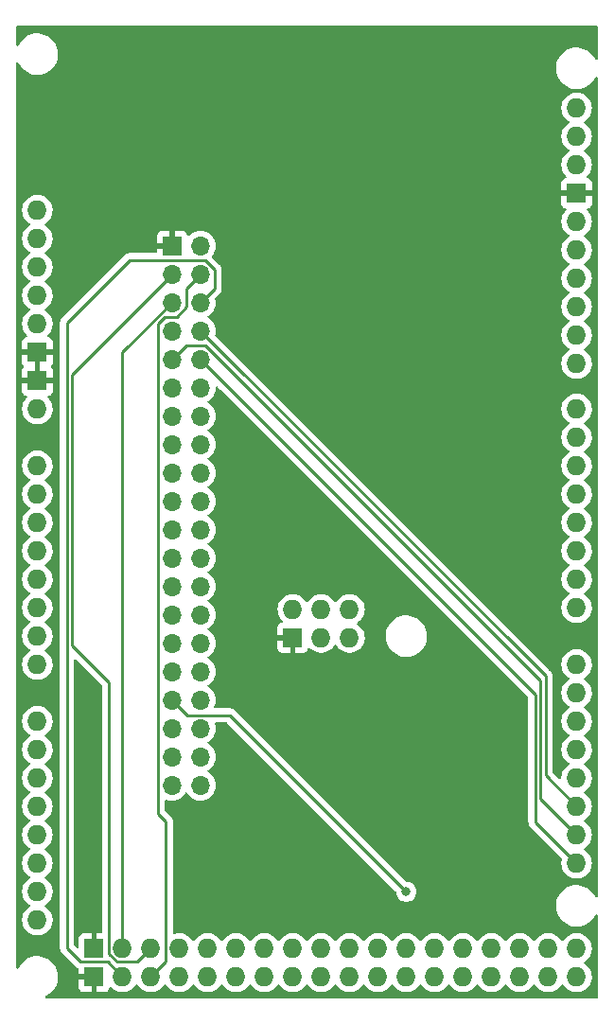
<source format=gbl>
%TF.GenerationSoftware,KiCad,Pcbnew,7.0.7*%
%TF.CreationDate,2023-09-28T15:46:00-05:00*%
%TF.ProjectId,iowa-rover-kiosk-mega-adapter,696f7761-2d72-46f7-9665-722d6b696f73,rev?*%
%TF.SameCoordinates,Original*%
%TF.FileFunction,Copper,L2,Bot*%
%TF.FilePolarity,Positive*%
%FSLAX46Y46*%
G04 Gerber Fmt 4.6, Leading zero omitted, Abs format (unit mm)*
G04 Created by KiCad (PCBNEW 7.0.7) date 2023-09-28 15:46:00*
%MOMM*%
%LPD*%
G01*
G04 APERTURE LIST*
%TA.AperFunction,ComponentPad*%
%ADD10O,1.727200X1.727200*%
%TD*%
%TA.AperFunction,ComponentPad*%
%ADD11R,1.727200X1.727200*%
%TD*%
%TA.AperFunction,ComponentPad*%
%ADD12R,1.700000X1.700000*%
%TD*%
%TA.AperFunction,ComponentPad*%
%ADD13O,1.700000X1.700000*%
%TD*%
%TA.AperFunction,ViaPad*%
%ADD14C,0.800000*%
%TD*%
%TA.AperFunction,Conductor*%
%ADD15C,0.250000*%
%TD*%
G04 APERTURE END LIST*
D10*
%TO.P,A1,VIN,VIN*%
%TO.N,+12V*%
X147960000Y-84445000D03*
%TO.P,A1,SDA,SDA*%
%TO.N,unconnected-(A1-PadSDA)*%
X196220000Y-60061000D03*
%TO.P,A1,SCL,SCL*%
%TO.N,unconnected-(A1-PadSCL)*%
X196220000Y-57521000D03*
%TO.P,A1,SCK,SPI_SCK*%
%TO.N,unconnected-(A1-SPI_SCK-PadSCK)*%
X173360000Y-102352000D03*
%TO.P,A1,RST2,SPI_RESET*%
%TO.N,unconnected-(A1-SPI_RESET-PadRST2)*%
X170820000Y-102352000D03*
%TO.P,A1,RST1,RESET*%
%TO.N,unconnected-(A1-RESET-PadRST1)*%
X147960000Y-71745000D03*
%TO.P,A1,MOSI,SPI_MOSI*%
%TO.N,unconnected-(A1-SPI_MOSI-PadMOSI)*%
X173360000Y-104892000D03*
%TO.P,A1,MISO,SPI_MISO*%
%TO.N,unconnected-(A1-SPI_MISO-PadMISO)*%
X175900000Y-102352000D03*
%TO.P,A1,IORF,IOREF*%
%TO.N,unconnected-(A1-IOREF-PadIORF)*%
X147960000Y-69205000D03*
D11*
%TO.P,A1,GND6,GND*%
%TO.N,GND*%
X153040000Y-135245000D03*
%TO.P,A1,GND5,GND*%
X153040000Y-132705000D03*
%TO.P,A1,GND4,SPI_GND*%
X170820000Y-104892000D03*
%TO.P,A1,GND3,GND*%
X147960000Y-81905000D03*
%TO.P,A1,GND2,GND*%
X147960000Y-79365000D03*
%TO.P,A1,GND1,GND*%
X196220000Y-65141000D03*
D10*
%TO.P,A1,D53,D53_CS*%
%TO.N,/CS*%
X155580000Y-135245000D03*
%TO.P,A1,D52,D52_SCK*%
%TO.N,/SCK*%
X155580000Y-132705000D03*
%TO.P,A1,D51,D51_MOSI*%
%TO.N,/COPI*%
X158120000Y-135245000D03*
%TO.P,A1,D50,D50_MISO*%
%TO.N,/CIPO*%
X158120000Y-132705000D03*
%TO.P,A1,D49,D49*%
%TO.N,unconnected-(A1-PadD49)*%
X160660000Y-135245000D03*
%TO.P,A1,D48,D48*%
%TO.N,unconnected-(A1-PadD48)*%
X160660000Y-132705000D03*
%TO.P,A1,D47,D47*%
%TO.N,unconnected-(A1-PadD47)*%
X163200000Y-135245000D03*
%TO.P,A1,D46,D46*%
%TO.N,unconnected-(A1-PadD46)*%
X163200000Y-132705000D03*
%TO.P,A1,D45,D45*%
%TO.N,Net-(J1-D45_RST)*%
X165740000Y-135245000D03*
%TO.P,A1,D44,D44*%
%TO.N,unconnected-(A1-PadD44)*%
X165740000Y-132705000D03*
%TO.P,A1,D43,D43*%
%TO.N,unconnected-(A1-PadD43)*%
X168280000Y-135245000D03*
%TO.P,A1,D42,D42*%
%TO.N,unconnected-(A1-PadD42)*%
X168280000Y-132705000D03*
%TO.P,A1,D41,D41*%
%TO.N,Net-(J1-LP4)*%
X170820000Y-135245000D03*
%TO.P,A1,D40,D40*%
%TO.N,Net-(J1-LP3)*%
X170820000Y-132705000D03*
%TO.P,A1,D39,D39*%
%TO.N,Net-(J1-LP2)*%
X173360000Y-135245000D03*
%TO.P,A1,D38,D38*%
%TO.N,Net-(J1-LP1)*%
X173360000Y-132705000D03*
%TO.P,A1,D37,D37*%
%TO.N,Net-(J1-BP5)*%
X175900000Y-135245000D03*
%TO.P,A1,D36,D36*%
%TO.N,Net-(J1-BP4)*%
X175900000Y-132705000D03*
%TO.P,A1,D35,D35*%
%TO.N,Net-(J1-BP3)*%
X178440000Y-135245000D03*
%TO.P,A1,D34,D34*%
%TO.N,Net-(J1-BP2)*%
X178440000Y-132705000D03*
%TO.P,A1,D33,D33*%
%TO.N,Net-(J1-BP1)*%
X180980000Y-135245000D03*
%TO.P,A1,D32,D32*%
%TO.N,Net-(J1-KIOSK)*%
X180980000Y-132705000D03*
%TO.P,A1,D31,D31*%
%TO.N,unconnected-(A1-PadD31)*%
X183520000Y-135245000D03*
%TO.P,A1,D30,D30*%
%TO.N,Net-(J1-BTX)*%
X183520000Y-132705000D03*
%TO.P,A1,D29,D29*%
%TO.N,Net-(J1-B4_DOWN)*%
X186060000Y-135245000D03*
%TO.P,A1,D28,D28*%
%TO.N,Net-(J1-B4_UP)*%
X186060000Y-132705000D03*
%TO.P,A1,D27,D27*%
%TO.N,Net-(J1-B3_DOWN)*%
X188600000Y-135245000D03*
%TO.P,A1,D26,D26*%
%TO.N,Net-(J1-B3_UP)*%
X188600000Y-132705000D03*
%TO.P,A1,D25,D25*%
%TO.N,Net-(J1-B2_DOWN)*%
X191140000Y-135245000D03*
%TO.P,A1,D24,D24*%
%TO.N,Net-(J1-B2_UP)*%
X191140000Y-132705000D03*
%TO.P,A1,D23,D23*%
%TO.N,Net-(J1-B1_DOWN)*%
X193680000Y-135245000D03*
%TO.P,A1,D22,D22*%
%TO.N,Net-(J1-B1_UP)*%
X193680000Y-132705000D03*
%TO.P,A1,D21,D21/SCL*%
%TO.N,Net-(A1-D21{slash}SCL)*%
X196220000Y-125085000D03*
%TO.P,A1,D20,D20/SDA*%
%TO.N,Net-(A1-D20{slash}SDA)*%
X196220000Y-122545000D03*
%TO.P,A1,D19,D19/RX1*%
%TO.N,Net-(A1-D19{slash}RX1)*%
X196220000Y-120005000D03*
%TO.P,A1,D18,D18/TX1*%
%TO.N,unconnected-(A1-D18{slash}TX1-PadD18)*%
X196220000Y-117465000D03*
%TO.P,A1,D17,D17/RX2*%
%TO.N,unconnected-(A1-D17{slash}RX2-PadD17)*%
X196220000Y-114925000D03*
%TO.P,A1,D16,D16/TX2*%
%TO.N,unconnected-(A1-D16{slash}TX2-PadD16)*%
X196220000Y-112385000D03*
%TO.P,A1,D15,D15/RX3*%
%TO.N,unconnected-(A1-D15{slash}RX3-PadD15)*%
X196220000Y-109845000D03*
%TO.P,A1,D14,D14/TX3*%
%TO.N,unconnected-(A1-D14{slash}TX3-PadD14)*%
X196220000Y-107305000D03*
%TO.P,A1,D13,D13*%
%TO.N,unconnected-(A1-PadD13)*%
X196220000Y-67681000D03*
%TO.P,A1,D12,D12*%
%TO.N,/DATA*%
X196220000Y-70221000D03*
%TO.P,A1,D11,D11*%
%TO.N,unconnected-(A1-PadD11)*%
X196220000Y-72761000D03*
%TO.P,A1,D10,D10*%
%TO.N,/CLOCK*%
X196220000Y-75301000D03*
%TO.P,A1,D9,D9*%
%TO.N,/LATCH*%
X196220000Y-77841000D03*
%TO.P,A1,D8,D8*%
%TO.N,unconnected-(A1-PadD8)*%
X196220000Y-80381000D03*
%TO.P,A1,D7,D7*%
%TO.N,unconnected-(A1-PadD7)*%
X196220000Y-84445000D03*
%TO.P,A1,D6,D6*%
%TO.N,/NEO*%
X196220000Y-86985000D03*
%TO.P,A1,D5,D5*%
%TO.N,unconnected-(A1-PadD5)*%
X196220000Y-89525000D03*
%TO.P,A1,D4,D4*%
%TO.N,unconnected-(A1-PadD4)*%
X196220000Y-92065000D03*
%TO.P,A1,D3,D3_INT1*%
%TO.N,unconnected-(A1-D3_INT1-PadD3)*%
X196220000Y-94605000D03*
%TO.P,A1,D2,D2_INT0*%
%TO.N,unconnected-(A1-D2_INT0-PadD2)*%
X196220000Y-97145000D03*
%TO.P,A1,D1,D1/TX0*%
%TO.N,unconnected-(A1-D1{slash}TX0-PadD1)*%
X196220000Y-99685000D03*
%TO.P,A1,D0,D0/RX0*%
%TO.N,unconnected-(A1-D0{slash}RX0-PadD0)*%
X196220000Y-102225000D03*
%TO.P,A1,AREF,AREF*%
%TO.N,unconnected-(A1-PadAREF)*%
X196220000Y-62601000D03*
%TO.P,A1,A15,A15*%
%TO.N,unconnected-(A1-PadA15)*%
X147960000Y-130165000D03*
%TO.P,A1,A14,A14*%
%TO.N,unconnected-(A1-PadA14)*%
X147960000Y-127625000D03*
%TO.P,A1,A13,A13*%
%TO.N,unconnected-(A1-PadA13)*%
X147960000Y-125085000D03*
%TO.P,A1,A12,A12*%
%TO.N,unconnected-(A1-PadA12)*%
X147960000Y-122545000D03*
%TO.P,A1,A11,A11*%
%TO.N,unconnected-(A1-PadA11)*%
X147960000Y-120005000D03*
%TO.P,A1,A10,A10*%
%TO.N,unconnected-(A1-PadA10)*%
X147960000Y-117465000D03*
%TO.P,A1,A9,A9*%
%TO.N,unconnected-(A1-PadA9)*%
X147960000Y-114925000D03*
%TO.P,A1,A8,A8*%
%TO.N,unconnected-(A1-PadA8)*%
X147960000Y-112385000D03*
%TO.P,A1,A7,A7*%
%TO.N,unconnected-(A1-PadA7)*%
X147960000Y-107305000D03*
%TO.P,A1,A6,A6*%
%TO.N,unconnected-(A1-PadA6)*%
X147960000Y-104765000D03*
%TO.P,A1,A5,A5*%
%TO.N,unconnected-(A1-PadA5)*%
X147960000Y-102225000D03*
%TO.P,A1,A4,A4*%
%TO.N,unconnected-(A1-PadA4)*%
X147960000Y-99685000D03*
%TO.P,A1,A3,A3*%
%TO.N,unconnected-(A1-PadA3)*%
X147960000Y-97145000D03*
%TO.P,A1,A2,A2*%
%TO.N,unconnected-(A1-PadA2)*%
X147960000Y-94605000D03*
%TO.P,A1,A1,A1*%
%TO.N,unconnected-(A1-PadA1)*%
X147960000Y-92065000D03*
%TO.P,A1,A0,A0*%
%TO.N,unconnected-(A1-PadA0)*%
X147960000Y-89525000D03*
%TO.P,A1,5V4,5V*%
%TO.N,unconnected-(A1-5V-Pad5V4)*%
X196220000Y-135245000D03*
%TO.P,A1,5V3,5V*%
%TO.N,unconnected-(A1-5V-Pad5V3)*%
X196220000Y-132705000D03*
%TO.P,A1,5V2,SPI_5V*%
%TO.N,unconnected-(A1-SPI_5V-Pad5V2)*%
X175900000Y-104892000D03*
%TO.P,A1,5V1,5V*%
%TO.N,unconnected-(A1-5V-Pad5V1)*%
X147960000Y-76825000D03*
%TO.P,A1,3V3,3.3V*%
%TO.N,unconnected-(A1-3.3V-Pad3V3)*%
X147960000Y-74285000D03*
%TO.P,A1,*%
%TO.N,*%
X147960000Y-66665000D03*
%TD*%
D12*
%TO.P,J1,1,GND*%
%TO.N,GND*%
X160020000Y-69850000D03*
D13*
%TO.P,J1,2,VIN*%
%TO.N,+12V*%
X162560000Y-69850000D03*
%TO.P,J1,3,D50_CIPO*%
%TO.N,/CIPO*%
X160020000Y-72390000D03*
%TO.P,J1,4,D51_COPI*%
%TO.N,/COPI*%
X162560000Y-72390000D03*
%TO.P,J1,5,D52_SCK*%
%TO.N,/SCK*%
X160020000Y-74930000D03*
%TO.P,J1,6,D53_CS*%
%TO.N,/CS*%
X162560000Y-74930000D03*
%TO.P,J1,7,D45_RST*%
%TO.N,Net-(J1-D45_RST)*%
X160020000Y-77470000D03*
%TO.P,J1,8,D19_INT*%
%TO.N,Net-(A1-D19{slash}RX1)*%
X162560000Y-77470000D03*
%TO.P,J1,9,D20_SDA*%
%TO.N,Net-(A1-D20{slash}SDA)*%
X160020000Y-80010000D03*
%TO.P,J1,10,D21_SCL*%
%TO.N,Net-(A1-D21{slash}SCL)*%
X162560000Y-80010000D03*
%TO.P,J1,11,D12_DATA*%
%TO.N,/DATA*%
X160020000Y-82550000D03*
%TO.P,J1,12,D10_CLOCK*%
%TO.N,/CLOCK*%
X162560000Y-82550000D03*
%TO.P,J1,13,D9_LATCH*%
%TO.N,/LATCH*%
X160020000Y-85090000D03*
%TO.P,J1,14,D6_NEO*%
%TO.N,/NEO*%
X162560000Y-85090000D03*
%TO.P,J1,15,B1_DOWN*%
%TO.N,Net-(J1-B1_DOWN)*%
X160020000Y-87630000D03*
%TO.P,J1,16,B1_UP*%
%TO.N,Net-(J1-B1_UP)*%
X162560000Y-87630000D03*
%TO.P,J1,17,B2_DOWN*%
%TO.N,Net-(J1-B2_DOWN)*%
X160020000Y-90170000D03*
%TO.P,J1,18,B2_UP*%
%TO.N,Net-(J1-B2_UP)*%
X162560000Y-90170000D03*
%TO.P,J1,19,B3_DOWN*%
%TO.N,Net-(J1-B3_DOWN)*%
X160020000Y-92710000D03*
%TO.P,J1,20,B3_UP*%
%TO.N,Net-(J1-B3_UP)*%
X162560000Y-92710000D03*
%TO.P,J1,21,B4_DOWN*%
%TO.N,Net-(J1-B4_DOWN)*%
X160020000Y-95250000D03*
%TO.P,J1,22,B4_UP*%
%TO.N,Net-(J1-B4_UP)*%
X162560000Y-95250000D03*
%TO.P,J1,23,BTX*%
%TO.N,Net-(J1-BTX)*%
X160020000Y-97790000D03*
%TO.P,J1,24,BP1*%
%TO.N,Net-(J1-BP1)*%
X162560000Y-97790000D03*
%TO.P,J1,25,BP2*%
%TO.N,Net-(J1-BP2)*%
X160020000Y-100330000D03*
%TO.P,J1,26,BP3*%
%TO.N,Net-(J1-BP3)*%
X162560000Y-100330000D03*
%TO.P,J1,27,BP4*%
%TO.N,Net-(J1-BP4)*%
X160020000Y-102870000D03*
%TO.P,J1,28,BP5*%
%TO.N,Net-(J1-BP5)*%
X162560000Y-102870000D03*
%TO.P,J1,29,LP1*%
%TO.N,Net-(J1-LP1)*%
X160020000Y-105410000D03*
%TO.P,J1,30,LP2*%
%TO.N,Net-(J1-LP2)*%
X162560000Y-105410000D03*
%TO.P,J1,31,LP3*%
%TO.N,Net-(J1-LP3)*%
X160020000Y-107950000D03*
%TO.P,J1,32,LP4*%
%TO.N,Net-(J1-LP4)*%
X162560000Y-107950000D03*
%TO.P,J1,33,KIOSK*%
%TO.N,Net-(J1-KIOSK)*%
X160020000Y-110490000D03*
%TO.P,J1,34,NC*%
%TO.N,unconnected-(J1-NC-Pad34)*%
X162560000Y-110490000D03*
%TO.P,J1,35,NC*%
%TO.N,unconnected-(J1-NC-Pad35)*%
X160020000Y-113030000D03*
%TO.P,J1,36,NC*%
%TO.N,unconnected-(J1-NC-Pad36)*%
X162560000Y-113030000D03*
%TO.P,J1,37,NC*%
%TO.N,unconnected-(J1-NC-Pad37)*%
X160020000Y-115570000D03*
%TO.P,J1,38,NC*%
%TO.N,unconnected-(J1-NC-Pad38)*%
X162560000Y-115570000D03*
%TO.P,J1,39,NC*%
%TO.N,unconnected-(J1-NC-Pad39)*%
X160020000Y-118110000D03*
%TO.P,J1,40,NC*%
%TO.N,unconnected-(J1-NC-Pad40)*%
X162560000Y-118110000D03*
%TD*%
D14*
%TO.N,Net-(J1-KIOSK)*%
X180975000Y-127635000D03*
%TD*%
D15*
%TO.N,/CIPO*%
X151065000Y-81345000D02*
X151065000Y-105583072D01*
X154391400Y-133197335D02*
X155087665Y-133893600D01*
X160020000Y-72390000D02*
X151065000Y-81345000D01*
X155087665Y-133893600D02*
X156931400Y-133893600D01*
X154391400Y-108909472D02*
X154391400Y-133197335D01*
X151065000Y-105583072D02*
X154391400Y-108909472D01*
X156931400Y-133893600D02*
X158120000Y-132705000D01*
%TO.N,/COPI*%
X160411701Y-76200000D02*
X161290000Y-75321701D01*
X158750000Y-76836396D02*
X159386396Y-76200000D01*
X159471400Y-133893600D02*
X159471400Y-121371400D01*
X158750000Y-120650000D02*
X158750000Y-76836396D01*
X159386396Y-76200000D02*
X160411701Y-76200000D01*
X161290000Y-75321701D02*
X161290000Y-73660000D01*
X159471400Y-121371400D02*
X158750000Y-120650000D01*
X161290000Y-73660000D02*
X162560000Y-72390000D01*
X158120000Y-135245000D02*
X159471400Y-133893600D01*
%TO.N,/SCK*%
X155580000Y-79370000D02*
X160020000Y-74930000D01*
X155580000Y-132705000D02*
X155580000Y-79370000D01*
%TO.N,/CS*%
X154228600Y-133893600D02*
X151851400Y-133893600D01*
X150615000Y-76715000D02*
X156210000Y-71120000D01*
X163830000Y-73660000D02*
X162560000Y-74930000D01*
X163830000Y-71998299D02*
X163830000Y-73660000D01*
X156210000Y-71120000D02*
X162951701Y-71120000D01*
X151851400Y-133893600D02*
X150615000Y-132657200D01*
X155580000Y-135245000D02*
X154228600Y-133893600D01*
X162951701Y-71120000D02*
X163830000Y-71998299D01*
X150615000Y-132657200D02*
X150615000Y-76715000D01*
%TO.N,Net-(A1-D19{slash}RX1)*%
X196220000Y-120005000D02*
X193426928Y-117211928D01*
X193426928Y-108336928D02*
X162560000Y-77470000D01*
X193426928Y-117211928D02*
X193426928Y-108336928D01*
%TO.N,Net-(A1-D20{slash}SDA)*%
X161290000Y-78740000D02*
X160020000Y-80010000D01*
X192976928Y-108765227D02*
X162951701Y-78740000D01*
X196220000Y-122545000D02*
X192976928Y-119301928D01*
X192976928Y-119301928D02*
X192976928Y-108765227D01*
X162951701Y-78740000D02*
X161290000Y-78740000D01*
%TO.N,Net-(A1-D21{slash}SCL)*%
X192526928Y-109976928D02*
X192526928Y-121391928D01*
X192526928Y-121391928D02*
X196220000Y-125085000D01*
X162560000Y-80010000D02*
X192526928Y-109976928D01*
%TO.N,Net-(J1-KIOSK)*%
X161385000Y-111855000D02*
X160020000Y-110490000D01*
X180975000Y-127635000D02*
X165195000Y-111855000D01*
X165195000Y-111855000D02*
X161385000Y-111855000D01*
%TD*%
%TA.AperFunction,Conductor*%
%TO.N,GND*%
G36*
X151445703Y-106848811D02*
G01*
X151452181Y-106854843D01*
X153729582Y-109132244D01*
X153763066Y-109193565D01*
X153765900Y-109219923D01*
X153765900Y-131217400D01*
X153746215Y-131284439D01*
X153693411Y-131330194D01*
X153641900Y-131341400D01*
X153290000Y-131341400D01*
X153290000Y-132084616D01*
X153270315Y-132151655D01*
X153217511Y-132197410D01*
X153148355Y-132207354D01*
X153076337Y-132197000D01*
X153076334Y-132197000D01*
X153003666Y-132197000D01*
X153003662Y-132197000D01*
X152931645Y-132207354D01*
X152862487Y-132197410D01*
X152809684Y-132151654D01*
X152790000Y-132084616D01*
X152790000Y-131341400D01*
X152128555Y-131341400D01*
X152069027Y-131347801D01*
X152069020Y-131347803D01*
X151934313Y-131398045D01*
X151934306Y-131398049D01*
X151819212Y-131484209D01*
X151819209Y-131484212D01*
X151733049Y-131599306D01*
X151733045Y-131599313D01*
X151682803Y-131734020D01*
X151682801Y-131734027D01*
X151676400Y-131793555D01*
X151676400Y-132534647D01*
X151656715Y-132601686D01*
X151603911Y-132647441D01*
X151534753Y-132657385D01*
X151471197Y-132628360D01*
X151464719Y-132622328D01*
X151276819Y-132434428D01*
X151243334Y-132373105D01*
X151240500Y-132346747D01*
X151240500Y-106942524D01*
X151260185Y-106875485D01*
X151312989Y-106829730D01*
X151382147Y-106819786D01*
X151445703Y-106848811D01*
G37*
%TD.AperFunction*%
%TA.AperFunction,Conductor*%
G36*
X148137512Y-79872589D02*
G01*
X148190316Y-79918344D01*
X148210000Y-79985383D01*
X148210000Y-81284616D01*
X148190315Y-81351655D01*
X148137511Y-81397410D01*
X148068355Y-81407354D01*
X147996337Y-81397000D01*
X147996334Y-81397000D01*
X147923666Y-81397000D01*
X147923662Y-81397000D01*
X147851645Y-81407354D01*
X147782487Y-81397410D01*
X147729684Y-81351654D01*
X147710000Y-81284616D01*
X147710000Y-79985383D01*
X147729685Y-79918344D01*
X147782489Y-79872589D01*
X147851645Y-79862645D01*
X147923666Y-79873000D01*
X147923669Y-79873000D01*
X147996331Y-79873000D01*
X147996334Y-79873000D01*
X148068354Y-79862645D01*
X148137512Y-79872589D01*
G37*
%TD.AperFunction*%
%TA.AperFunction,Conductor*%
G36*
X198063039Y-50184685D02*
G01*
X198108794Y-50237489D01*
X198120000Y-50289000D01*
X198120000Y-53095757D01*
X198100315Y-53162796D01*
X198047511Y-53208551D01*
X197978353Y-53218495D01*
X197914797Y-53189470D01*
X197881877Y-53144254D01*
X197870130Y-53116610D01*
X197729018Y-52885390D01*
X197639747Y-52778119D01*
X197555746Y-52677180D01*
X197555740Y-52677175D01*
X197354002Y-52496418D01*
X197128092Y-52346957D01*
X197128090Y-52346956D01*
X196882824Y-52231980D01*
X196882819Y-52231978D01*
X196882814Y-52231976D01*
X196623442Y-52153942D01*
X196623428Y-52153939D01*
X196507791Y-52136921D01*
X196355439Y-52114500D01*
X196152369Y-52114500D01*
X196152364Y-52114500D01*
X195949844Y-52129323D01*
X195949831Y-52129325D01*
X195685453Y-52188217D01*
X195685446Y-52188220D01*
X195432439Y-52284987D01*
X195196226Y-52417557D01*
X194981822Y-52583112D01*
X194793822Y-52778109D01*
X194793816Y-52778116D01*
X194636202Y-52998419D01*
X194636199Y-52998424D01*
X194512350Y-53239309D01*
X194512343Y-53239327D01*
X194424884Y-53495685D01*
X194424881Y-53495699D01*
X194375681Y-53762068D01*
X194375680Y-53762075D01*
X194365787Y-54032763D01*
X194395413Y-54302013D01*
X194395415Y-54302024D01*
X194455192Y-54530674D01*
X194463928Y-54564088D01*
X194569870Y-54813390D01*
X194579358Y-54828936D01*
X194710979Y-55044605D01*
X194710986Y-55044615D01*
X194884253Y-55252819D01*
X194884259Y-55252824D01*
X195085998Y-55433582D01*
X195311910Y-55583044D01*
X195557176Y-55698020D01*
X195557183Y-55698022D01*
X195557185Y-55698023D01*
X195816557Y-55776057D01*
X195816564Y-55776058D01*
X195816569Y-55776060D01*
X196084561Y-55815500D01*
X196084566Y-55815500D01*
X196287636Y-55815500D01*
X196339133Y-55811730D01*
X196490156Y-55800677D01*
X196602758Y-55775593D01*
X196754546Y-55741782D01*
X196754548Y-55741781D01*
X196754553Y-55741780D01*
X197007558Y-55645014D01*
X197243777Y-55512441D01*
X197458177Y-55346888D01*
X197646186Y-55151881D01*
X197803799Y-54931579D01*
X197885721Y-54772238D01*
X197933881Y-54721617D01*
X198001763Y-54705070D01*
X198067815Y-54727849D01*
X198111067Y-54782723D01*
X198120000Y-54828936D01*
X198120000Y-128025757D01*
X198100315Y-128092796D01*
X198047511Y-128138551D01*
X197978353Y-128148495D01*
X197914797Y-128119470D01*
X197881877Y-128074254D01*
X197879831Y-128069439D01*
X197870130Y-128046610D01*
X197729018Y-127815390D01*
X197639747Y-127708119D01*
X197555746Y-127607180D01*
X197555740Y-127607175D01*
X197354002Y-127426418D01*
X197128092Y-127276957D01*
X197106244Y-127266715D01*
X196882824Y-127161980D01*
X196882819Y-127161978D01*
X196882814Y-127161976D01*
X196623442Y-127083942D01*
X196623428Y-127083939D01*
X196507791Y-127066921D01*
X196355439Y-127044500D01*
X196152369Y-127044500D01*
X196152364Y-127044500D01*
X195949844Y-127059323D01*
X195949831Y-127059325D01*
X195685453Y-127118217D01*
X195685446Y-127118220D01*
X195432439Y-127214987D01*
X195196226Y-127347557D01*
X194981822Y-127513112D01*
X194793822Y-127708109D01*
X194793816Y-127708116D01*
X194636202Y-127928419D01*
X194636199Y-127928424D01*
X194512350Y-128169309D01*
X194512343Y-128169327D01*
X194424884Y-128425685D01*
X194424881Y-128425699D01*
X194404600Y-128535500D01*
X194386769Y-128632040D01*
X194375681Y-128692068D01*
X194375680Y-128692075D01*
X194365787Y-128962763D01*
X194395413Y-129232013D01*
X194395415Y-129232024D01*
X194419535Y-129324283D01*
X194463928Y-129494088D01*
X194569870Y-129743390D01*
X194579358Y-129758936D01*
X194710979Y-129974605D01*
X194710986Y-129974615D01*
X194884253Y-130182819D01*
X194884259Y-130182824D01*
X195085998Y-130363582D01*
X195311910Y-130513044D01*
X195557176Y-130628020D01*
X195557183Y-130628022D01*
X195557185Y-130628023D01*
X195816557Y-130706057D01*
X195816564Y-130706058D01*
X195816569Y-130706060D01*
X196084561Y-130745500D01*
X196084566Y-130745500D01*
X196287636Y-130745500D01*
X196339133Y-130741730D01*
X196490156Y-130730677D01*
X196602758Y-130705593D01*
X196754546Y-130671782D01*
X196754548Y-130671781D01*
X196754553Y-130671780D01*
X197007558Y-130575014D01*
X197243777Y-130442441D01*
X197458177Y-130276888D01*
X197646186Y-130081881D01*
X197803799Y-129861579D01*
X197885721Y-129702238D01*
X197933881Y-129651617D01*
X198001763Y-129635070D01*
X198067815Y-129657849D01*
X198111067Y-129712723D01*
X198120000Y-129758936D01*
X198120000Y-137036000D01*
X198100315Y-137103039D01*
X198047511Y-137148794D01*
X197996000Y-137160000D01*
X148802941Y-137160000D01*
X148735902Y-137140315D01*
X148690147Y-137087511D01*
X148680203Y-137018353D01*
X148709228Y-136954797D01*
X148744223Y-136928331D01*
X148743606Y-136927232D01*
X148749857Y-136923724D01*
X148983777Y-136792441D01*
X149198177Y-136626888D01*
X149386186Y-136431881D01*
X149543799Y-136211579D01*
X149617787Y-136067669D01*
X149667649Y-135970690D01*
X149667651Y-135970684D01*
X149667656Y-135970675D01*
X149755118Y-135714305D01*
X149804319Y-135447933D01*
X149814212Y-135177235D01*
X149784586Y-134907982D01*
X149716072Y-134645912D01*
X149610130Y-134396610D01*
X149469018Y-134165390D01*
X149413857Y-134099107D01*
X149295746Y-133957180D01*
X149295740Y-133957175D01*
X149094002Y-133776418D01*
X148868092Y-133626957D01*
X148868090Y-133626956D01*
X148622824Y-133511980D01*
X148622819Y-133511978D01*
X148622814Y-133511976D01*
X148363442Y-133433942D01*
X148363428Y-133433939D01*
X148247791Y-133416921D01*
X148095439Y-133394500D01*
X147892369Y-133394500D01*
X147892364Y-133394500D01*
X147689844Y-133409323D01*
X147689831Y-133409325D01*
X147425453Y-133468217D01*
X147425446Y-133468220D01*
X147172439Y-133564987D01*
X146936226Y-133697557D01*
X146936224Y-133697558D01*
X146936223Y-133697559D01*
X146873893Y-133745688D01*
X146721822Y-133863112D01*
X146533822Y-134058109D01*
X146533816Y-134058116D01*
X146376202Y-134278419D01*
X146376199Y-134278424D01*
X146284278Y-134457211D01*
X146236118Y-134507832D01*
X146168237Y-134524379D01*
X146102184Y-134501600D01*
X146058933Y-134446726D01*
X146050000Y-134400513D01*
X146050000Y-130165006D01*
X146591225Y-130165006D01*
X146609892Y-130390289D01*
X146665388Y-130609439D01*
X146756198Y-130816466D01*
X146879842Y-131005716D01*
X146879850Y-131005727D01*
X147032950Y-131172036D01*
X147032954Y-131172040D01*
X147211351Y-131310893D01*
X147410169Y-131418488D01*
X147410172Y-131418489D01*
X147623982Y-131491890D01*
X147623984Y-131491890D01*
X147623986Y-131491891D01*
X147846967Y-131529100D01*
X147846968Y-131529100D01*
X148073032Y-131529100D01*
X148073033Y-131529100D01*
X148296014Y-131491891D01*
X148509831Y-131418488D01*
X148708649Y-131310893D01*
X148887046Y-131172040D01*
X149040156Y-131005719D01*
X149163802Y-130816465D01*
X149254611Y-130609441D01*
X149310107Y-130390293D01*
X149319504Y-130276887D01*
X149328775Y-130165006D01*
X149328775Y-130164993D01*
X149315707Y-130007294D01*
X149310107Y-129939707D01*
X149254611Y-129720559D01*
X149163802Y-129513535D01*
X149040156Y-129324281D01*
X149040153Y-129324278D01*
X149040149Y-129324272D01*
X148887049Y-129157963D01*
X148887048Y-129157962D01*
X148887046Y-129157960D01*
X148708649Y-129019107D01*
X148708647Y-129019106D01*
X148708646Y-129019105D01*
X148708639Y-129019100D01*
X148680836Y-129004055D01*
X148631244Y-128954837D01*
X148616135Y-128886620D01*
X148640306Y-128821064D01*
X148680836Y-128785945D01*
X148708639Y-128770899D01*
X148708642Y-128770896D01*
X148708649Y-128770893D01*
X148887046Y-128632040D01*
X149040156Y-128465719D01*
X149163802Y-128276465D01*
X149254611Y-128069441D01*
X149310107Y-127850293D01*
X149321889Y-127708109D01*
X149328775Y-127625006D01*
X149328775Y-127624993D01*
X149315707Y-127467294D01*
X149310107Y-127399707D01*
X149254611Y-127180559D01*
X149163802Y-126973535D01*
X149156338Y-126962111D01*
X149040157Y-126784283D01*
X149040149Y-126784272D01*
X148887049Y-126617963D01*
X148887048Y-126617962D01*
X148887046Y-126617960D01*
X148708649Y-126479107D01*
X148708647Y-126479106D01*
X148708646Y-126479105D01*
X148708643Y-126479103D01*
X148680833Y-126464053D01*
X148631243Y-126414833D01*
X148616136Y-126346616D01*
X148640307Y-126281061D01*
X148680835Y-126245945D01*
X148708649Y-126230893D01*
X148887046Y-126092040D01*
X149040156Y-125925719D01*
X149163802Y-125736465D01*
X149254611Y-125529441D01*
X149310107Y-125310293D01*
X149328775Y-125085000D01*
X149328775Y-125084993D01*
X149310107Y-124859710D01*
X149310107Y-124859707D01*
X149254611Y-124640559D01*
X149163802Y-124433535D01*
X149040156Y-124244281D01*
X149040153Y-124244278D01*
X149040149Y-124244272D01*
X148887049Y-124077963D01*
X148887048Y-124077962D01*
X148887046Y-124077960D01*
X148708649Y-123939107D01*
X148708647Y-123939106D01*
X148708646Y-123939105D01*
X148708639Y-123939100D01*
X148680836Y-123924055D01*
X148631244Y-123874837D01*
X148616135Y-123806620D01*
X148640306Y-123741064D01*
X148680836Y-123705945D01*
X148708639Y-123690899D01*
X148708642Y-123690896D01*
X148708649Y-123690893D01*
X148887046Y-123552040D01*
X149040156Y-123385719D01*
X149163802Y-123196465D01*
X149254611Y-122989441D01*
X149310107Y-122770293D01*
X149328775Y-122545000D01*
X149328775Y-122544993D01*
X149310107Y-122319710D01*
X149310107Y-122319707D01*
X149254611Y-122100559D01*
X149163802Y-121893535D01*
X149040156Y-121704281D01*
X149040153Y-121704278D01*
X149040149Y-121704272D01*
X148887049Y-121537963D01*
X148887048Y-121537962D01*
X148887046Y-121537960D01*
X148708649Y-121399107D01*
X148708647Y-121399106D01*
X148708646Y-121399105D01*
X148708639Y-121399100D01*
X148680836Y-121384055D01*
X148631244Y-121334837D01*
X148616135Y-121266620D01*
X148640306Y-121201064D01*
X148680836Y-121165945D01*
X148708639Y-121150899D01*
X148708642Y-121150896D01*
X148708649Y-121150893D01*
X148887046Y-121012040D01*
X149031017Y-120855647D01*
X149040149Y-120845727D01*
X149040150Y-120845725D01*
X149040156Y-120845719D01*
X149163802Y-120656465D01*
X149254611Y-120449441D01*
X149310107Y-120230293D01*
X149328775Y-120005000D01*
X149328775Y-120004993D01*
X149310107Y-119779710D01*
X149310107Y-119779707D01*
X149254611Y-119560559D01*
X149163802Y-119353535D01*
X149128549Y-119299577D01*
X149040157Y-119164283D01*
X149040149Y-119164272D01*
X148887049Y-118997963D01*
X148887048Y-118997962D01*
X148887046Y-118997960D01*
X148708649Y-118859107D01*
X148708647Y-118859106D01*
X148708646Y-118859105D01*
X148708639Y-118859100D01*
X148680836Y-118844055D01*
X148631244Y-118794837D01*
X148616135Y-118726620D01*
X148640306Y-118661064D01*
X148680836Y-118625945D01*
X148708639Y-118610899D01*
X148708642Y-118610896D01*
X148708649Y-118610893D01*
X148887046Y-118472040D01*
X149040156Y-118305719D01*
X149163802Y-118116465D01*
X149254611Y-117909441D01*
X149310107Y-117690293D01*
X149323532Y-117528278D01*
X149328775Y-117465006D01*
X149328775Y-117464993D01*
X149310107Y-117239710D01*
X149310107Y-117239707D01*
X149254611Y-117020559D01*
X149163802Y-116813535D01*
X149128549Y-116759577D01*
X149040157Y-116624283D01*
X149040149Y-116624272D01*
X148887049Y-116457963D01*
X148887048Y-116457962D01*
X148887046Y-116457960D01*
X148708649Y-116319107D01*
X148708647Y-116319106D01*
X148708646Y-116319105D01*
X148708639Y-116319100D01*
X148680836Y-116304055D01*
X148631244Y-116254837D01*
X148616135Y-116186620D01*
X148640306Y-116121064D01*
X148680836Y-116085945D01*
X148708639Y-116070899D01*
X148708642Y-116070896D01*
X148708649Y-116070893D01*
X148887046Y-115932040D01*
X149040156Y-115765719D01*
X149163802Y-115576465D01*
X149254611Y-115369441D01*
X149310107Y-115150293D01*
X149317574Y-115060175D01*
X149328775Y-114925006D01*
X149328775Y-114924993D01*
X149310107Y-114699710D01*
X149310107Y-114699707D01*
X149254611Y-114480559D01*
X149163802Y-114273535D01*
X149128549Y-114219577D01*
X149040157Y-114084283D01*
X149040149Y-114084272D01*
X148887049Y-113917963D01*
X148887048Y-113917962D01*
X148887046Y-113917960D01*
X148708649Y-113779107D01*
X148708647Y-113779106D01*
X148708646Y-113779105D01*
X148708643Y-113779103D01*
X148680833Y-113764053D01*
X148631243Y-113714833D01*
X148616136Y-113646616D01*
X148640307Y-113581061D01*
X148680835Y-113545945D01*
X148708649Y-113530893D01*
X148887046Y-113392040D01*
X149040156Y-113225719D01*
X149163802Y-113036465D01*
X149254611Y-112829441D01*
X149310107Y-112610293D01*
X149321882Y-112468184D01*
X149328775Y-112385006D01*
X149328775Y-112384993D01*
X149310107Y-112159710D01*
X149310107Y-112159707D01*
X149254611Y-111940559D01*
X149163802Y-111733535D01*
X149128549Y-111679577D01*
X149040157Y-111544283D01*
X149040149Y-111544272D01*
X148887049Y-111377963D01*
X148887048Y-111377962D01*
X148887046Y-111377960D01*
X148708649Y-111239107D01*
X148654522Y-111209815D01*
X148509832Y-111131512D01*
X148509827Y-111131510D01*
X148296017Y-111058109D01*
X148128778Y-111030202D01*
X148073033Y-111020900D01*
X147846967Y-111020900D01*
X147802370Y-111028341D01*
X147623982Y-111058109D01*
X147410172Y-111131510D01*
X147410167Y-111131512D01*
X147211352Y-111239106D01*
X147032955Y-111377959D01*
X147032950Y-111377963D01*
X146879850Y-111544272D01*
X146879842Y-111544283D01*
X146756198Y-111733533D01*
X146665388Y-111940560D01*
X146609892Y-112159710D01*
X146591225Y-112384993D01*
X146591225Y-112385006D01*
X146609892Y-112610289D01*
X146665388Y-112829439D01*
X146756198Y-113036466D01*
X146879842Y-113225716D01*
X146879850Y-113225727D01*
X147032950Y-113392036D01*
X147032954Y-113392040D01*
X147211351Y-113530893D01*
X147239159Y-113545942D01*
X147239165Y-113545945D01*
X147288755Y-113595165D01*
X147303863Y-113663382D01*
X147279692Y-113728937D01*
X147239165Y-113764055D01*
X147211352Y-113779106D01*
X147032955Y-113917959D01*
X147032950Y-113917963D01*
X146879850Y-114084272D01*
X146879842Y-114084283D01*
X146756198Y-114273533D01*
X146665388Y-114480560D01*
X146609892Y-114699710D01*
X146591225Y-114924993D01*
X146591225Y-114925006D01*
X146609892Y-115150289D01*
X146665388Y-115369439D01*
X146756198Y-115576466D01*
X146879842Y-115765716D01*
X146879850Y-115765727D01*
X147032950Y-115932036D01*
X147032954Y-115932040D01*
X147211351Y-116070893D01*
X147239165Y-116085945D01*
X147288755Y-116135165D01*
X147303863Y-116203382D01*
X147279692Y-116268937D01*
X147239165Y-116304055D01*
X147211352Y-116319106D01*
X147032955Y-116457959D01*
X147032950Y-116457963D01*
X146879850Y-116624272D01*
X146879842Y-116624283D01*
X146756198Y-116813533D01*
X146665388Y-117020560D01*
X146609892Y-117239710D01*
X146591225Y-117464993D01*
X146591225Y-117465006D01*
X146609892Y-117690289D01*
X146665388Y-117909439D01*
X146756198Y-118116466D01*
X146879842Y-118305716D01*
X146879850Y-118305727D01*
X147032950Y-118472036D01*
X147032954Y-118472040D01*
X147211351Y-118610893D01*
X147211353Y-118610894D01*
X147211356Y-118610896D01*
X147211362Y-118610899D01*
X147239163Y-118625944D01*
X147288754Y-118675161D01*
X147303864Y-118743378D01*
X147279694Y-118808934D01*
X147239167Y-118844052D01*
X147211361Y-118859100D01*
X147211353Y-118859105D01*
X147032955Y-118997959D01*
X147032950Y-118997963D01*
X146879850Y-119164272D01*
X146879842Y-119164283D01*
X146756198Y-119353533D01*
X146665388Y-119560560D01*
X146609892Y-119779710D01*
X146591225Y-120004993D01*
X146591225Y-120005006D01*
X146609892Y-120230289D01*
X146665388Y-120449439D01*
X146756198Y-120656466D01*
X146879842Y-120845716D01*
X146879850Y-120845727D01*
X147032950Y-121012036D01*
X147032954Y-121012040D01*
X147211351Y-121150893D01*
X147239159Y-121165942D01*
X147239165Y-121165945D01*
X147288755Y-121215165D01*
X147303863Y-121283382D01*
X147279692Y-121348937D01*
X147239165Y-121384055D01*
X147211352Y-121399106D01*
X147032955Y-121537959D01*
X147032950Y-121537963D01*
X146879850Y-121704272D01*
X146879842Y-121704283D01*
X146756198Y-121893533D01*
X146665388Y-122100560D01*
X146609892Y-122319710D01*
X146591225Y-122544993D01*
X146591225Y-122545006D01*
X146609892Y-122770289D01*
X146665388Y-122989439D01*
X146756198Y-123196466D01*
X146879842Y-123385716D01*
X146879850Y-123385727D01*
X147032950Y-123552036D01*
X147032954Y-123552040D01*
X147211351Y-123690893D01*
X147211353Y-123690894D01*
X147211356Y-123690896D01*
X147211362Y-123690899D01*
X147239163Y-123705944D01*
X147288754Y-123755161D01*
X147303864Y-123823378D01*
X147279694Y-123888934D01*
X147239167Y-123924052D01*
X147211361Y-123939100D01*
X147211353Y-123939105D01*
X147032955Y-124077959D01*
X147032950Y-124077963D01*
X146879850Y-124244272D01*
X146879842Y-124244283D01*
X146756198Y-124433533D01*
X146665388Y-124640560D01*
X146609892Y-124859710D01*
X146591225Y-125084993D01*
X146591225Y-125085006D01*
X146609892Y-125310289D01*
X146665388Y-125529439D01*
X146756198Y-125736466D01*
X146879842Y-125925716D01*
X146879850Y-125925727D01*
X147032950Y-126092036D01*
X147032954Y-126092040D01*
X147211351Y-126230893D01*
X147239159Y-126245942D01*
X147239165Y-126245945D01*
X147288755Y-126295165D01*
X147303863Y-126363382D01*
X147279692Y-126428937D01*
X147239165Y-126464055D01*
X147211352Y-126479106D01*
X147032955Y-126617959D01*
X147032950Y-126617963D01*
X146879850Y-126784272D01*
X146879842Y-126784283D01*
X146756198Y-126973533D01*
X146665388Y-127180560D01*
X146609892Y-127399710D01*
X146591225Y-127624993D01*
X146591225Y-127625006D01*
X146609892Y-127850289D01*
X146665388Y-128069439D01*
X146756198Y-128276466D01*
X146879842Y-128465716D01*
X146879850Y-128465727D01*
X146964778Y-128557982D01*
X147032954Y-128632040D01*
X147211351Y-128770893D01*
X147239165Y-128785945D01*
X147288755Y-128835165D01*
X147303863Y-128903382D01*
X147279692Y-128968937D01*
X147239165Y-129004055D01*
X147211352Y-129019106D01*
X147032955Y-129157959D01*
X147032950Y-129157963D01*
X146879850Y-129324272D01*
X146879842Y-129324283D01*
X146756198Y-129513533D01*
X146665388Y-129720560D01*
X146609892Y-129939710D01*
X146591225Y-130164993D01*
X146591225Y-130165006D01*
X146050000Y-130165006D01*
X146050000Y-107305006D01*
X146591225Y-107305006D01*
X146609892Y-107530289D01*
X146665388Y-107749439D01*
X146756198Y-107956466D01*
X146879842Y-108145716D01*
X146879850Y-108145727D01*
X147032950Y-108312036D01*
X147032954Y-108312040D01*
X147211351Y-108450893D01*
X147410169Y-108558488D01*
X147410172Y-108558489D01*
X147623982Y-108631890D01*
X147623984Y-108631890D01*
X147623986Y-108631891D01*
X147846967Y-108669100D01*
X147846968Y-108669100D01*
X148073032Y-108669100D01*
X148073033Y-108669100D01*
X148296014Y-108631891D01*
X148509831Y-108558488D01*
X148708649Y-108450893D01*
X148887046Y-108312040D01*
X149040156Y-108145719D01*
X149163802Y-107956465D01*
X149254611Y-107749441D01*
X149310107Y-107530293D01*
X149317574Y-107440175D01*
X149328775Y-107305006D01*
X149328775Y-107304993D01*
X149310107Y-107079710D01*
X149310107Y-107079707D01*
X149254611Y-106860559D01*
X149163802Y-106653535D01*
X149138952Y-106615500D01*
X149040157Y-106464283D01*
X149040149Y-106464272D01*
X148887049Y-106297963D01*
X148887048Y-106297962D01*
X148887046Y-106297960D01*
X148708649Y-106159107D01*
X148708647Y-106159106D01*
X148708646Y-106159105D01*
X148708639Y-106159100D01*
X148680836Y-106144055D01*
X148631244Y-106094837D01*
X148616135Y-106026620D01*
X148640306Y-105961064D01*
X148680836Y-105925945D01*
X148708639Y-105910899D01*
X148708642Y-105910896D01*
X148708649Y-105910893D01*
X148887046Y-105772040D01*
X149003624Y-105645403D01*
X149040149Y-105605727D01*
X149040150Y-105605725D01*
X149040156Y-105605719D01*
X149163802Y-105416465D01*
X149254611Y-105209441D01*
X149310107Y-104990293D01*
X149324304Y-104818961D01*
X149328775Y-104765006D01*
X149328775Y-104764993D01*
X149311960Y-104562067D01*
X149310107Y-104539707D01*
X149254611Y-104320559D01*
X149163802Y-104113535D01*
X149128549Y-104059577D01*
X149101979Y-104018907D01*
X149040156Y-103924281D01*
X149040153Y-103924278D01*
X149040149Y-103924272D01*
X148887049Y-103757963D01*
X148887048Y-103757962D01*
X148887046Y-103757960D01*
X148708649Y-103619107D01*
X148708647Y-103619106D01*
X148708646Y-103619105D01*
X148708639Y-103619100D01*
X148680836Y-103604055D01*
X148631244Y-103554837D01*
X148616135Y-103486620D01*
X148640306Y-103421064D01*
X148680836Y-103385945D01*
X148708639Y-103370899D01*
X148708642Y-103370896D01*
X148708649Y-103370893D01*
X148887046Y-103232040D01*
X149003624Y-103105403D01*
X149040149Y-103065727D01*
X149040150Y-103065725D01*
X149040156Y-103065719D01*
X149163802Y-102876465D01*
X149254611Y-102669441D01*
X149310107Y-102450293D01*
X149318252Y-102351993D01*
X149328775Y-102225006D01*
X149328775Y-102224993D01*
X149310107Y-101999710D01*
X149310107Y-101999707D01*
X149254611Y-101780559D01*
X149163802Y-101573535D01*
X149128549Y-101519577D01*
X149040157Y-101384283D01*
X149040149Y-101384272D01*
X148887049Y-101217963D01*
X148887048Y-101217962D01*
X148887046Y-101217960D01*
X148708649Y-101079107D01*
X148708647Y-101079106D01*
X148708646Y-101079105D01*
X148708639Y-101079100D01*
X148680836Y-101064055D01*
X148631244Y-101014837D01*
X148616135Y-100946620D01*
X148640306Y-100881064D01*
X148680836Y-100845945D01*
X148708639Y-100830899D01*
X148708642Y-100830896D01*
X148708649Y-100830893D01*
X148887046Y-100692040D01*
X149040156Y-100525719D01*
X149163802Y-100336465D01*
X149254611Y-100129441D01*
X149310107Y-99910293D01*
X149317574Y-99820175D01*
X149328775Y-99685006D01*
X149328775Y-99684993D01*
X149310107Y-99459710D01*
X149310107Y-99459707D01*
X149254611Y-99240559D01*
X149163802Y-99033535D01*
X149128549Y-98979577D01*
X149040157Y-98844283D01*
X149040149Y-98844272D01*
X148887049Y-98677963D01*
X148887048Y-98677962D01*
X148887046Y-98677960D01*
X148708649Y-98539107D01*
X148708647Y-98539106D01*
X148708646Y-98539105D01*
X148708643Y-98539103D01*
X148680833Y-98524053D01*
X148631243Y-98474833D01*
X148616136Y-98406616D01*
X148640307Y-98341061D01*
X148680835Y-98305945D01*
X148708649Y-98290893D01*
X148887046Y-98152040D01*
X149040156Y-97985719D01*
X149163802Y-97796465D01*
X149254611Y-97589441D01*
X149310107Y-97370293D01*
X149317574Y-97280175D01*
X149328775Y-97145006D01*
X149328775Y-97144993D01*
X149310107Y-96919710D01*
X149310107Y-96919707D01*
X149254611Y-96700559D01*
X149163802Y-96493535D01*
X149128549Y-96439577D01*
X149040157Y-96304283D01*
X149040149Y-96304272D01*
X148887049Y-96137963D01*
X148887048Y-96137962D01*
X148887046Y-96137960D01*
X148708649Y-95999107D01*
X148708647Y-95999106D01*
X148708646Y-95999105D01*
X148708639Y-95999100D01*
X148680836Y-95984055D01*
X148631244Y-95934837D01*
X148616135Y-95866620D01*
X148640306Y-95801064D01*
X148680836Y-95765945D01*
X148708639Y-95750899D01*
X148708642Y-95750896D01*
X148708649Y-95750893D01*
X148887046Y-95612040D01*
X149040156Y-95445719D01*
X149163802Y-95256465D01*
X149254611Y-95049441D01*
X149310107Y-94830293D01*
X149317574Y-94740175D01*
X149328775Y-94605006D01*
X149328775Y-94604993D01*
X149310107Y-94379710D01*
X149310107Y-94379707D01*
X149254611Y-94160559D01*
X149163802Y-93953535D01*
X149128549Y-93899577D01*
X149040157Y-93764283D01*
X149040149Y-93764272D01*
X148887049Y-93597963D01*
X148887048Y-93597962D01*
X148887046Y-93597960D01*
X148708649Y-93459107D01*
X148708647Y-93459106D01*
X148708646Y-93459105D01*
X148708639Y-93459100D01*
X148680836Y-93444055D01*
X148631244Y-93394837D01*
X148616135Y-93326620D01*
X148640306Y-93261064D01*
X148680836Y-93225945D01*
X148708639Y-93210899D01*
X148708642Y-93210896D01*
X148708649Y-93210893D01*
X148887046Y-93072040D01*
X149040156Y-92905719D01*
X149163802Y-92716465D01*
X149254611Y-92509441D01*
X149310107Y-92290293D01*
X149317574Y-92200175D01*
X149328775Y-92065006D01*
X149328775Y-92064993D01*
X149310107Y-91839710D01*
X149310107Y-91839707D01*
X149254611Y-91620559D01*
X149163802Y-91413535D01*
X149128549Y-91359577D01*
X149040157Y-91224283D01*
X149040149Y-91224272D01*
X148887049Y-91057963D01*
X148887048Y-91057962D01*
X148887046Y-91057960D01*
X148708649Y-90919107D01*
X148708647Y-90919106D01*
X148708646Y-90919105D01*
X148708639Y-90919100D01*
X148680836Y-90904055D01*
X148631244Y-90854837D01*
X148616135Y-90786620D01*
X148640306Y-90721064D01*
X148680836Y-90685945D01*
X148708639Y-90670899D01*
X148708642Y-90670896D01*
X148708649Y-90670893D01*
X148887046Y-90532040D01*
X149040156Y-90365719D01*
X149163802Y-90176465D01*
X149254611Y-89969441D01*
X149310107Y-89750293D01*
X149317574Y-89660175D01*
X149328775Y-89525006D01*
X149328775Y-89524993D01*
X149310107Y-89299710D01*
X149310107Y-89299707D01*
X149254611Y-89080559D01*
X149163802Y-88873535D01*
X149128549Y-88819577D01*
X149040157Y-88684283D01*
X149040149Y-88684272D01*
X148887049Y-88517963D01*
X148887048Y-88517962D01*
X148887046Y-88517960D01*
X148708649Y-88379107D01*
X148589889Y-88314837D01*
X148509832Y-88271512D01*
X148509827Y-88271510D01*
X148296017Y-88198109D01*
X148128778Y-88170202D01*
X148073033Y-88160900D01*
X147846967Y-88160900D01*
X147802370Y-88168341D01*
X147623982Y-88198109D01*
X147410172Y-88271510D01*
X147410167Y-88271512D01*
X147211352Y-88379106D01*
X147032955Y-88517959D01*
X147032950Y-88517963D01*
X146879850Y-88684272D01*
X146879842Y-88684283D01*
X146756198Y-88873533D01*
X146665388Y-89080560D01*
X146609892Y-89299710D01*
X146591225Y-89524993D01*
X146591225Y-89525006D01*
X146609892Y-89750289D01*
X146665388Y-89969439D01*
X146756198Y-90176466D01*
X146879842Y-90365716D01*
X146879850Y-90365727D01*
X147032950Y-90532036D01*
X147032954Y-90532040D01*
X147211351Y-90670893D01*
X147239159Y-90685942D01*
X147239165Y-90685945D01*
X147288755Y-90735165D01*
X147303863Y-90803382D01*
X147279692Y-90868937D01*
X147239165Y-90904055D01*
X147211352Y-90919106D01*
X147032955Y-91057959D01*
X147032950Y-91057963D01*
X146879850Y-91224272D01*
X146879842Y-91224283D01*
X146756198Y-91413533D01*
X146665388Y-91620560D01*
X146609892Y-91839710D01*
X146591225Y-92064993D01*
X146591225Y-92065006D01*
X146609892Y-92290289D01*
X146665388Y-92509439D01*
X146756198Y-92716466D01*
X146879842Y-92905716D01*
X146879850Y-92905727D01*
X147032950Y-93072036D01*
X147032954Y-93072040D01*
X147211351Y-93210893D01*
X147239159Y-93225942D01*
X147239165Y-93225945D01*
X147288755Y-93275165D01*
X147303863Y-93343382D01*
X147279692Y-93408937D01*
X147239165Y-93444055D01*
X147211352Y-93459106D01*
X147032955Y-93597959D01*
X147032950Y-93597963D01*
X146879850Y-93764272D01*
X146879842Y-93764283D01*
X146756198Y-93953533D01*
X146665388Y-94160560D01*
X146609892Y-94379710D01*
X146591225Y-94604993D01*
X146591225Y-94605006D01*
X146609892Y-94830289D01*
X146665388Y-95049439D01*
X146756198Y-95256466D01*
X146879842Y-95445716D01*
X146879850Y-95445727D01*
X147032950Y-95612036D01*
X147032954Y-95612040D01*
X147211351Y-95750893D01*
X147239159Y-95765942D01*
X147239165Y-95765945D01*
X147288755Y-95815165D01*
X147303863Y-95883382D01*
X147279692Y-95948937D01*
X147239165Y-95984055D01*
X147211352Y-95999106D01*
X147032955Y-96137959D01*
X147032950Y-96137963D01*
X146879850Y-96304272D01*
X146879842Y-96304283D01*
X146756198Y-96493533D01*
X146665388Y-96700560D01*
X146609892Y-96919710D01*
X146591225Y-97144993D01*
X146591225Y-97145006D01*
X146609892Y-97370289D01*
X146665388Y-97589439D01*
X146756198Y-97796466D01*
X146879842Y-97985716D01*
X146879850Y-97985727D01*
X147032950Y-98152036D01*
X147032954Y-98152040D01*
X147211351Y-98290893D01*
X147211353Y-98290894D01*
X147211356Y-98290896D01*
X147211362Y-98290899D01*
X147239163Y-98305944D01*
X147288754Y-98355161D01*
X147303864Y-98423378D01*
X147279694Y-98488934D01*
X147239167Y-98524052D01*
X147211361Y-98539100D01*
X147211353Y-98539105D01*
X147032955Y-98677959D01*
X147032950Y-98677963D01*
X146879850Y-98844272D01*
X146879842Y-98844283D01*
X146756198Y-99033533D01*
X146665388Y-99240560D01*
X146609892Y-99459710D01*
X146591225Y-99684993D01*
X146591225Y-99685006D01*
X146609892Y-99910289D01*
X146665388Y-100129439D01*
X146756198Y-100336466D01*
X146879842Y-100525716D01*
X146879850Y-100525727D01*
X147032950Y-100692036D01*
X147032954Y-100692040D01*
X147211351Y-100830893D01*
X147239165Y-100845945D01*
X147288755Y-100895165D01*
X147303863Y-100963382D01*
X147279692Y-101028937D01*
X147239165Y-101064055D01*
X147211352Y-101079106D01*
X147032955Y-101217959D01*
X147032950Y-101217963D01*
X146879850Y-101384272D01*
X146879842Y-101384283D01*
X146756198Y-101573533D01*
X146665388Y-101780560D01*
X146609892Y-101999710D01*
X146591225Y-102224993D01*
X146591225Y-102225006D01*
X146609892Y-102450289D01*
X146665388Y-102669439D01*
X146756198Y-102876466D01*
X146879842Y-103065716D01*
X146879850Y-103065727D01*
X147019621Y-103217557D01*
X147032954Y-103232040D01*
X147211351Y-103370893D01*
X147233930Y-103383112D01*
X147239165Y-103385945D01*
X147288755Y-103435165D01*
X147303863Y-103503382D01*
X147279692Y-103568937D01*
X147239165Y-103604055D01*
X147211352Y-103619106D01*
X147032955Y-103757959D01*
X147032950Y-103757963D01*
X146879850Y-103924272D01*
X146879842Y-103924283D01*
X146756198Y-104113533D01*
X146665388Y-104320560D01*
X146609892Y-104539710D01*
X146591225Y-104764993D01*
X146591225Y-104765006D01*
X146609892Y-104990289D01*
X146665388Y-105209439D01*
X146756198Y-105416466D01*
X146879842Y-105605716D01*
X146879850Y-105605727D01*
X147032950Y-105772036D01*
X147032954Y-105772040D01*
X147211351Y-105910893D01*
X147239165Y-105925945D01*
X147288755Y-105975165D01*
X147303863Y-106043382D01*
X147279692Y-106108937D01*
X147239165Y-106144055D01*
X147211352Y-106159106D01*
X147032955Y-106297959D01*
X147032950Y-106297963D01*
X146879850Y-106464272D01*
X146879842Y-106464283D01*
X146756198Y-106653533D01*
X146665388Y-106860560D01*
X146609892Y-107079710D01*
X146591225Y-107304993D01*
X146591225Y-107305006D01*
X146050000Y-107305006D01*
X146050000Y-84445006D01*
X146591225Y-84445006D01*
X146609892Y-84670289D01*
X146665388Y-84889439D01*
X146756198Y-85096466D01*
X146879842Y-85285716D01*
X146879850Y-85285727D01*
X147032950Y-85452036D01*
X147032954Y-85452040D01*
X147211351Y-85590893D01*
X147410169Y-85698488D01*
X147410172Y-85698489D01*
X147623982Y-85771890D01*
X147623984Y-85771890D01*
X147623986Y-85771891D01*
X147846967Y-85809100D01*
X147846968Y-85809100D01*
X148073032Y-85809100D01*
X148073033Y-85809100D01*
X148296014Y-85771891D01*
X148509831Y-85698488D01*
X148708649Y-85590893D01*
X148887046Y-85452040D01*
X149040156Y-85285719D01*
X149163802Y-85096465D01*
X149254611Y-84889441D01*
X149310107Y-84670293D01*
X149317574Y-84580175D01*
X149328775Y-84445006D01*
X149328775Y-84444993D01*
X149310107Y-84219710D01*
X149310107Y-84219707D01*
X149254611Y-84000559D01*
X149163802Y-83793535D01*
X149128549Y-83739577D01*
X149040157Y-83604283D01*
X149040149Y-83604272D01*
X148902755Y-83455024D01*
X148871832Y-83392370D01*
X148879692Y-83322944D01*
X148923839Y-83268788D01*
X148950652Y-83254859D01*
X149065684Y-83211955D01*
X149065693Y-83211950D01*
X149180787Y-83125790D01*
X149180790Y-83125787D01*
X149266950Y-83010693D01*
X149266954Y-83010686D01*
X149317196Y-82875979D01*
X149317198Y-82875972D01*
X149323599Y-82816444D01*
X149323600Y-82816427D01*
X149323600Y-82155000D01*
X148581684Y-82155000D01*
X148514645Y-82135315D01*
X148468890Y-82082511D01*
X148458946Y-82013353D01*
X148462707Y-81996064D01*
X148468000Y-81978038D01*
X148468000Y-81831961D01*
X148462707Y-81813936D01*
X148462706Y-81744067D01*
X148500480Y-81685288D01*
X148564036Y-81656262D01*
X148581684Y-81655000D01*
X149323600Y-81655000D01*
X149323600Y-80993572D01*
X149323599Y-80993555D01*
X149317198Y-80934027D01*
X149317196Y-80934020D01*
X149266954Y-80799313D01*
X149266952Y-80799310D01*
X149199579Y-80709312D01*
X149175161Y-80643848D01*
X149190012Y-80575574D01*
X149199579Y-80560688D01*
X149266952Y-80470689D01*
X149266954Y-80470686D01*
X149317196Y-80335979D01*
X149317198Y-80335972D01*
X149323599Y-80276444D01*
X149323600Y-80276427D01*
X149323600Y-79615000D01*
X148581684Y-79615000D01*
X148514645Y-79595315D01*
X148468890Y-79542511D01*
X148458946Y-79473353D01*
X148462707Y-79456064D01*
X148468000Y-79438038D01*
X148468000Y-79291961D01*
X148462707Y-79273936D01*
X148462706Y-79204067D01*
X148500480Y-79145288D01*
X148564036Y-79116262D01*
X148581684Y-79115000D01*
X149323600Y-79115000D01*
X149323600Y-78453572D01*
X149323599Y-78453555D01*
X149317198Y-78394027D01*
X149317196Y-78394020D01*
X149266954Y-78259313D01*
X149266950Y-78259306D01*
X149180790Y-78144212D01*
X149180787Y-78144209D01*
X149065693Y-78058049D01*
X149065686Y-78058045D01*
X148950651Y-78015140D01*
X148894717Y-77973269D01*
X148870300Y-77907804D01*
X148885152Y-77839531D01*
X148902749Y-77814981D01*
X149040156Y-77665719D01*
X149163802Y-77476465D01*
X149254611Y-77269441D01*
X149310107Y-77050293D01*
X149319431Y-76937771D01*
X149328775Y-76825006D01*
X149328775Y-76824993D01*
X149318019Y-76695195D01*
X149984840Y-76695195D01*
X149989225Y-76741583D01*
X149989500Y-76747421D01*
X149989500Y-132574455D01*
X149987775Y-132590072D01*
X149988061Y-132590099D01*
X149987326Y-132597865D01*
X149989500Y-132667014D01*
X149989500Y-132696543D01*
X149989501Y-132696560D01*
X149990368Y-132703431D01*
X149990826Y-132709250D01*
X149992290Y-132755824D01*
X149992291Y-132755827D01*
X149997880Y-132775067D01*
X150001824Y-132794111D01*
X150004336Y-132813991D01*
X150021490Y-132857319D01*
X150023382Y-132862847D01*
X150036381Y-132907588D01*
X150046580Y-132924834D01*
X150055138Y-132942303D01*
X150062514Y-132960932D01*
X150089898Y-132998623D01*
X150093106Y-133003507D01*
X150116827Y-133043616D01*
X150116833Y-133043624D01*
X150130990Y-133057780D01*
X150143628Y-133072576D01*
X150155405Y-133088786D01*
X150155406Y-133088787D01*
X150191309Y-133118488D01*
X150195620Y-133122410D01*
X150785246Y-133712036D01*
X151350594Y-134277384D01*
X151360419Y-134289648D01*
X151360640Y-134289466D01*
X151365610Y-134295473D01*
X151365613Y-134295476D01*
X151365614Y-134295477D01*
X151416051Y-134342841D01*
X151436930Y-134363720D01*
X151442404Y-134367966D01*
X151446842Y-134371756D01*
X151480818Y-134403662D01*
X151481942Y-134404280D01*
X151498373Y-134413313D01*
X151514631Y-134423992D01*
X151530464Y-134436274D01*
X151573245Y-134454785D01*
X151578473Y-134457347D01*
X151612140Y-134475856D01*
X151661402Y-134525401D01*
X151676400Y-134584516D01*
X151676400Y-134995000D01*
X152418316Y-134995000D01*
X152485355Y-135014685D01*
X152531110Y-135067489D01*
X152541054Y-135136647D01*
X152537293Y-135153936D01*
X152532000Y-135171961D01*
X152532000Y-135318038D01*
X152537293Y-135336064D01*
X152537294Y-135405933D01*
X152499520Y-135464712D01*
X152435964Y-135493738D01*
X152418316Y-135495000D01*
X151676400Y-135495000D01*
X151676400Y-136156444D01*
X151682801Y-136215972D01*
X151682803Y-136215979D01*
X151733045Y-136350686D01*
X151733049Y-136350693D01*
X151819209Y-136465787D01*
X151819212Y-136465790D01*
X151934306Y-136551950D01*
X151934313Y-136551954D01*
X152069020Y-136602196D01*
X152069027Y-136602198D01*
X152128555Y-136608599D01*
X152128572Y-136608600D01*
X152790000Y-136608600D01*
X152790000Y-135865383D01*
X152809685Y-135798344D01*
X152862489Y-135752589D01*
X152931645Y-135742645D01*
X153003666Y-135753000D01*
X153003669Y-135753000D01*
X153076331Y-135753000D01*
X153076334Y-135753000D01*
X153148354Y-135742645D01*
X153217512Y-135752589D01*
X153270316Y-135798344D01*
X153290000Y-135865383D01*
X153290000Y-136608600D01*
X153951428Y-136608600D01*
X153951444Y-136608599D01*
X154010972Y-136602198D01*
X154010979Y-136602196D01*
X154145686Y-136551954D01*
X154145693Y-136551950D01*
X154260787Y-136465790D01*
X154260790Y-136465787D01*
X154346950Y-136350693D01*
X154346954Y-136350686D01*
X154390775Y-136233197D01*
X154432646Y-136177263D01*
X154498110Y-136152846D01*
X154566383Y-136167698D01*
X154598186Y-136192547D01*
X154652950Y-136252036D01*
X154652954Y-136252040D01*
X154831351Y-136390893D01*
X155030169Y-136498488D01*
X155030172Y-136498489D01*
X155243982Y-136571890D01*
X155243984Y-136571890D01*
X155243986Y-136571891D01*
X155466967Y-136609100D01*
X155466968Y-136609100D01*
X155693032Y-136609100D01*
X155693033Y-136609100D01*
X155916014Y-136571891D01*
X156129831Y-136498488D01*
X156328649Y-136390893D01*
X156507046Y-136252040D01*
X156606832Y-136143643D01*
X156660149Y-136085727D01*
X156660149Y-136085726D01*
X156660156Y-136085719D01*
X156746193Y-135954028D01*
X156799338Y-135908675D01*
X156868569Y-135899251D01*
X156931905Y-135928753D01*
X156953804Y-135954025D01*
X157039844Y-136085719D01*
X157039849Y-136085724D01*
X157039850Y-136085727D01*
X157192950Y-136252036D01*
X157192954Y-136252040D01*
X157371351Y-136390893D01*
X157570169Y-136498488D01*
X157570172Y-136498489D01*
X157783982Y-136571890D01*
X157783984Y-136571890D01*
X157783986Y-136571891D01*
X158006967Y-136609100D01*
X158006968Y-136609100D01*
X158233032Y-136609100D01*
X158233033Y-136609100D01*
X158456014Y-136571891D01*
X158669831Y-136498488D01*
X158868649Y-136390893D01*
X159047046Y-136252040D01*
X159146832Y-136143643D01*
X159200149Y-136085727D01*
X159200149Y-136085726D01*
X159200156Y-136085719D01*
X159286193Y-135954028D01*
X159339338Y-135908675D01*
X159408569Y-135899251D01*
X159471905Y-135928753D01*
X159493804Y-135954025D01*
X159579844Y-136085719D01*
X159579849Y-136085724D01*
X159579850Y-136085727D01*
X159732950Y-136252036D01*
X159732954Y-136252040D01*
X159911351Y-136390893D01*
X160110169Y-136498488D01*
X160110172Y-136498489D01*
X160323982Y-136571890D01*
X160323984Y-136571890D01*
X160323986Y-136571891D01*
X160546967Y-136609100D01*
X160546968Y-136609100D01*
X160773032Y-136609100D01*
X160773033Y-136609100D01*
X160996014Y-136571891D01*
X161209831Y-136498488D01*
X161408649Y-136390893D01*
X161587046Y-136252040D01*
X161686832Y-136143643D01*
X161740149Y-136085727D01*
X161740149Y-136085726D01*
X161740156Y-136085719D01*
X161826193Y-135954028D01*
X161879338Y-135908675D01*
X161948569Y-135899251D01*
X162011905Y-135928753D01*
X162033804Y-135954025D01*
X162119844Y-136085719D01*
X162119849Y-136085724D01*
X162119850Y-136085727D01*
X162272950Y-136252036D01*
X162272954Y-136252040D01*
X162451351Y-136390893D01*
X162650169Y-136498488D01*
X162650172Y-136498489D01*
X162863982Y-136571890D01*
X162863984Y-136571890D01*
X162863986Y-136571891D01*
X163086967Y-136609100D01*
X163086968Y-136609100D01*
X163313032Y-136609100D01*
X163313033Y-136609100D01*
X163536014Y-136571891D01*
X163749831Y-136498488D01*
X163948649Y-136390893D01*
X164127046Y-136252040D01*
X164226832Y-136143643D01*
X164280149Y-136085727D01*
X164280149Y-136085726D01*
X164280156Y-136085719D01*
X164366193Y-135954028D01*
X164419338Y-135908675D01*
X164488569Y-135899251D01*
X164551905Y-135928753D01*
X164573804Y-135954025D01*
X164659844Y-136085719D01*
X164659849Y-136085724D01*
X164659850Y-136085727D01*
X164812950Y-136252036D01*
X164812954Y-136252040D01*
X164991351Y-136390893D01*
X165190169Y-136498488D01*
X165190172Y-136498489D01*
X165403982Y-136571890D01*
X165403984Y-136571890D01*
X165403986Y-136571891D01*
X165626967Y-136609100D01*
X165626968Y-136609100D01*
X165853032Y-136609100D01*
X165853033Y-136609100D01*
X166076014Y-136571891D01*
X166289831Y-136498488D01*
X166488649Y-136390893D01*
X166667046Y-136252040D01*
X166766832Y-136143643D01*
X166820149Y-136085727D01*
X166820149Y-136085726D01*
X166820156Y-136085719D01*
X166906193Y-135954028D01*
X166959338Y-135908675D01*
X167028569Y-135899251D01*
X167091905Y-135928753D01*
X167113804Y-135954025D01*
X167199844Y-136085719D01*
X167199849Y-136085724D01*
X167199850Y-136085727D01*
X167352950Y-136252036D01*
X167352954Y-136252040D01*
X167531351Y-136390893D01*
X167730169Y-136498488D01*
X167730172Y-136498489D01*
X167943982Y-136571890D01*
X167943984Y-136571890D01*
X167943986Y-136571891D01*
X168166967Y-136609100D01*
X168166968Y-136609100D01*
X168393032Y-136609100D01*
X168393033Y-136609100D01*
X168616014Y-136571891D01*
X168829831Y-136498488D01*
X169028649Y-136390893D01*
X169207046Y-136252040D01*
X169306832Y-136143643D01*
X169360149Y-136085727D01*
X169360149Y-136085726D01*
X169360156Y-136085719D01*
X169446193Y-135954028D01*
X169499338Y-135908675D01*
X169568569Y-135899251D01*
X169631905Y-135928753D01*
X169653804Y-135954025D01*
X169739844Y-136085719D01*
X169739849Y-136085724D01*
X169739850Y-136085727D01*
X169892950Y-136252036D01*
X169892954Y-136252040D01*
X170071351Y-136390893D01*
X170270169Y-136498488D01*
X170270172Y-136498489D01*
X170483982Y-136571890D01*
X170483984Y-136571890D01*
X170483986Y-136571891D01*
X170706967Y-136609100D01*
X170706968Y-136609100D01*
X170933032Y-136609100D01*
X170933033Y-136609100D01*
X171156014Y-136571891D01*
X171369831Y-136498488D01*
X171568649Y-136390893D01*
X171747046Y-136252040D01*
X171846832Y-136143643D01*
X171900149Y-136085727D01*
X171900149Y-136085726D01*
X171900156Y-136085719D01*
X171986193Y-135954028D01*
X172039338Y-135908675D01*
X172108569Y-135899251D01*
X172171905Y-135928753D01*
X172193804Y-135954025D01*
X172279844Y-136085719D01*
X172279849Y-136085724D01*
X172279850Y-136085727D01*
X172432950Y-136252036D01*
X172432954Y-136252040D01*
X172611351Y-136390893D01*
X172810169Y-136498488D01*
X172810172Y-136498489D01*
X173023982Y-136571890D01*
X173023984Y-136571890D01*
X173023986Y-136571891D01*
X173246967Y-136609100D01*
X173246968Y-136609100D01*
X173473032Y-136609100D01*
X173473033Y-136609100D01*
X173696014Y-136571891D01*
X173909831Y-136498488D01*
X174108649Y-136390893D01*
X174287046Y-136252040D01*
X174386832Y-136143643D01*
X174440149Y-136085727D01*
X174440149Y-136085726D01*
X174440156Y-136085719D01*
X174526193Y-135954028D01*
X174579338Y-135908675D01*
X174648569Y-135899251D01*
X174711905Y-135928753D01*
X174733804Y-135954025D01*
X174819844Y-136085719D01*
X174819849Y-136085724D01*
X174819850Y-136085727D01*
X174972950Y-136252036D01*
X174972954Y-136252040D01*
X175151351Y-136390893D01*
X175350169Y-136498488D01*
X175350172Y-136498489D01*
X175563982Y-136571890D01*
X175563984Y-136571890D01*
X175563986Y-136571891D01*
X175786967Y-136609100D01*
X175786968Y-136609100D01*
X176013032Y-136609100D01*
X176013033Y-136609100D01*
X176236014Y-136571891D01*
X176449831Y-136498488D01*
X176648649Y-136390893D01*
X176827046Y-136252040D01*
X176926832Y-136143643D01*
X176980149Y-136085727D01*
X176980149Y-136085726D01*
X176980156Y-136085719D01*
X177066193Y-135954028D01*
X177119338Y-135908675D01*
X177188569Y-135899251D01*
X177251905Y-135928753D01*
X177273804Y-135954025D01*
X177359844Y-136085719D01*
X177359849Y-136085724D01*
X177359850Y-136085727D01*
X177512950Y-136252036D01*
X177512954Y-136252040D01*
X177691351Y-136390893D01*
X177890169Y-136498488D01*
X177890172Y-136498489D01*
X178103982Y-136571890D01*
X178103984Y-136571890D01*
X178103986Y-136571891D01*
X178326967Y-136609100D01*
X178326968Y-136609100D01*
X178553032Y-136609100D01*
X178553033Y-136609100D01*
X178776014Y-136571891D01*
X178989831Y-136498488D01*
X179188649Y-136390893D01*
X179367046Y-136252040D01*
X179466832Y-136143643D01*
X179520149Y-136085727D01*
X179520149Y-136085726D01*
X179520156Y-136085719D01*
X179606193Y-135954028D01*
X179659338Y-135908675D01*
X179728569Y-135899251D01*
X179791905Y-135928753D01*
X179813804Y-135954025D01*
X179899844Y-136085719D01*
X179899849Y-136085724D01*
X179899850Y-136085727D01*
X180052950Y-136252036D01*
X180052954Y-136252040D01*
X180231351Y-136390893D01*
X180430169Y-136498488D01*
X180430172Y-136498489D01*
X180643982Y-136571890D01*
X180643984Y-136571890D01*
X180643986Y-136571891D01*
X180866967Y-136609100D01*
X180866968Y-136609100D01*
X181093032Y-136609100D01*
X181093033Y-136609100D01*
X181316014Y-136571891D01*
X181529831Y-136498488D01*
X181728649Y-136390893D01*
X181907046Y-136252040D01*
X182006832Y-136143643D01*
X182060149Y-136085727D01*
X182060151Y-136085724D01*
X182060156Y-136085719D01*
X182146193Y-135954029D01*
X182199336Y-135908675D01*
X182268567Y-135899251D01*
X182331903Y-135928753D01*
X182353807Y-135954031D01*
X182439842Y-136085716D01*
X182439850Y-136085727D01*
X182592950Y-136252036D01*
X182592954Y-136252040D01*
X182771351Y-136390893D01*
X182970169Y-136498488D01*
X182970172Y-136498489D01*
X183183982Y-136571890D01*
X183183984Y-136571890D01*
X183183986Y-136571891D01*
X183406967Y-136609100D01*
X183406968Y-136609100D01*
X183633032Y-136609100D01*
X183633033Y-136609100D01*
X183856014Y-136571891D01*
X184069831Y-136498488D01*
X184268649Y-136390893D01*
X184447046Y-136252040D01*
X184546832Y-136143643D01*
X184600149Y-136085727D01*
X184600149Y-136085726D01*
X184600156Y-136085719D01*
X184686193Y-135954028D01*
X184739338Y-135908675D01*
X184808569Y-135899251D01*
X184871905Y-135928753D01*
X184893804Y-135954025D01*
X184979844Y-136085719D01*
X184979849Y-136085724D01*
X184979850Y-136085727D01*
X185132950Y-136252036D01*
X185132954Y-136252040D01*
X185311351Y-136390893D01*
X185510169Y-136498488D01*
X185510172Y-136498489D01*
X185723982Y-136571890D01*
X185723984Y-136571890D01*
X185723986Y-136571891D01*
X185946967Y-136609100D01*
X185946968Y-136609100D01*
X186173032Y-136609100D01*
X186173033Y-136609100D01*
X186396014Y-136571891D01*
X186609831Y-136498488D01*
X186808649Y-136390893D01*
X186987046Y-136252040D01*
X187086832Y-136143643D01*
X187140149Y-136085727D01*
X187140149Y-136085726D01*
X187140156Y-136085719D01*
X187226193Y-135954028D01*
X187279338Y-135908675D01*
X187348569Y-135899251D01*
X187411905Y-135928753D01*
X187433804Y-135954025D01*
X187519844Y-136085719D01*
X187519849Y-136085724D01*
X187519850Y-136085727D01*
X187672950Y-136252036D01*
X187672954Y-136252040D01*
X187851351Y-136390893D01*
X188050169Y-136498488D01*
X188050172Y-136498489D01*
X188263982Y-136571890D01*
X188263984Y-136571890D01*
X188263986Y-136571891D01*
X188486967Y-136609100D01*
X188486968Y-136609100D01*
X188713032Y-136609100D01*
X188713033Y-136609100D01*
X188936014Y-136571891D01*
X189149831Y-136498488D01*
X189348649Y-136390893D01*
X189527046Y-136252040D01*
X189626832Y-136143643D01*
X189680149Y-136085727D01*
X189680149Y-136085726D01*
X189680156Y-136085719D01*
X189766193Y-135954028D01*
X189819338Y-135908675D01*
X189888569Y-135899251D01*
X189951905Y-135928753D01*
X189973804Y-135954025D01*
X190059844Y-136085719D01*
X190059849Y-136085724D01*
X190059850Y-136085727D01*
X190212950Y-136252036D01*
X190212954Y-136252040D01*
X190391351Y-136390893D01*
X190590169Y-136498488D01*
X190590172Y-136498489D01*
X190803982Y-136571890D01*
X190803984Y-136571890D01*
X190803986Y-136571891D01*
X191026967Y-136609100D01*
X191026968Y-136609100D01*
X191253032Y-136609100D01*
X191253033Y-136609100D01*
X191476014Y-136571891D01*
X191689831Y-136498488D01*
X191888649Y-136390893D01*
X192067046Y-136252040D01*
X192166832Y-136143643D01*
X192220149Y-136085727D01*
X192220149Y-136085726D01*
X192220156Y-136085719D01*
X192306193Y-135954028D01*
X192359338Y-135908675D01*
X192428569Y-135899251D01*
X192491905Y-135928753D01*
X192513804Y-135954025D01*
X192599844Y-136085719D01*
X192599849Y-136085724D01*
X192599850Y-136085727D01*
X192752950Y-136252036D01*
X192752954Y-136252040D01*
X192931351Y-136390893D01*
X193130169Y-136498488D01*
X193130172Y-136498489D01*
X193343982Y-136571890D01*
X193343984Y-136571890D01*
X193343986Y-136571891D01*
X193566967Y-136609100D01*
X193566968Y-136609100D01*
X193793032Y-136609100D01*
X193793033Y-136609100D01*
X194016014Y-136571891D01*
X194229831Y-136498488D01*
X194428649Y-136390893D01*
X194607046Y-136252040D01*
X194706832Y-136143643D01*
X194760149Y-136085727D01*
X194760149Y-136085726D01*
X194760156Y-136085719D01*
X194846193Y-135954028D01*
X194899338Y-135908675D01*
X194968569Y-135899251D01*
X195031905Y-135928753D01*
X195053804Y-135954025D01*
X195139844Y-136085719D01*
X195139849Y-136085724D01*
X195139850Y-136085727D01*
X195292950Y-136252036D01*
X195292954Y-136252040D01*
X195471351Y-136390893D01*
X195670169Y-136498488D01*
X195670172Y-136498489D01*
X195883982Y-136571890D01*
X195883984Y-136571890D01*
X195883986Y-136571891D01*
X196106967Y-136609100D01*
X196106968Y-136609100D01*
X196333032Y-136609100D01*
X196333033Y-136609100D01*
X196556014Y-136571891D01*
X196769831Y-136498488D01*
X196968649Y-136390893D01*
X197147046Y-136252040D01*
X197246832Y-136143643D01*
X197300149Y-136085727D01*
X197300151Y-136085724D01*
X197300156Y-136085719D01*
X197423802Y-135896465D01*
X197514611Y-135689441D01*
X197570107Y-135470293D01*
X197577574Y-135380175D01*
X197588775Y-135245006D01*
X197588775Y-135244993D01*
X197570107Y-135019710D01*
X197570107Y-135019707D01*
X197514611Y-134800559D01*
X197423802Y-134593535D01*
X197300156Y-134404281D01*
X197300153Y-134404278D01*
X197300149Y-134404272D01*
X197147049Y-134237963D01*
X197147048Y-134237962D01*
X197147046Y-134237960D01*
X196968649Y-134099107D01*
X196968647Y-134099106D01*
X196968646Y-134099105D01*
X196968643Y-134099103D01*
X196940833Y-134084053D01*
X196891243Y-134034833D01*
X196876136Y-133966616D01*
X196900307Y-133901061D01*
X196940835Y-133865945D01*
X196968649Y-133850893D01*
X197147046Y-133712040D01*
X197246832Y-133603643D01*
X197300149Y-133545727D01*
X197300151Y-133545724D01*
X197300156Y-133545719D01*
X197423802Y-133356465D01*
X197514611Y-133149441D01*
X197570107Y-132930293D01*
X197582970Y-132775058D01*
X197588775Y-132705006D01*
X197588775Y-132704993D01*
X197570107Y-132479710D01*
X197570107Y-132479707D01*
X197514611Y-132260559D01*
X197423802Y-132053535D01*
X197300156Y-131864281D01*
X197300153Y-131864278D01*
X197300149Y-131864272D01*
X197147045Y-131697959D01*
X197020296Y-131599306D01*
X196968649Y-131559107D01*
X196844445Y-131491891D01*
X196769832Y-131451512D01*
X196769827Y-131451510D01*
X196556017Y-131378109D01*
X196374388Y-131347801D01*
X196333033Y-131340900D01*
X196106967Y-131340900D01*
X196065612Y-131347801D01*
X195883982Y-131378109D01*
X195670172Y-131451510D01*
X195670167Y-131451512D01*
X195471352Y-131559106D01*
X195292955Y-131697959D01*
X195139850Y-131864272D01*
X195139842Y-131864283D01*
X195053808Y-131995968D01*
X195000662Y-132041325D01*
X194931430Y-132050748D01*
X194868095Y-132021246D01*
X194846192Y-131995968D01*
X194760157Y-131864283D01*
X194760149Y-131864272D01*
X194607045Y-131697959D01*
X194480296Y-131599306D01*
X194428649Y-131559107D01*
X194304445Y-131491891D01*
X194229832Y-131451512D01*
X194229827Y-131451510D01*
X194016017Y-131378109D01*
X193834388Y-131347801D01*
X193793033Y-131340900D01*
X193566967Y-131340900D01*
X193525612Y-131347801D01*
X193343982Y-131378109D01*
X193130172Y-131451510D01*
X193130167Y-131451512D01*
X192931352Y-131559106D01*
X192752955Y-131697959D01*
X192599850Y-131864272D01*
X192599842Y-131864283D01*
X192513808Y-131995968D01*
X192460662Y-132041325D01*
X192391430Y-132050748D01*
X192328095Y-132021246D01*
X192306192Y-131995968D01*
X192220157Y-131864283D01*
X192220149Y-131864272D01*
X192067045Y-131697959D01*
X191940296Y-131599306D01*
X191888649Y-131559107D01*
X191764445Y-131491891D01*
X191689832Y-131451512D01*
X191689827Y-131451510D01*
X191476017Y-131378109D01*
X191294388Y-131347801D01*
X191253033Y-131340900D01*
X191026967Y-131340900D01*
X190985612Y-131347801D01*
X190803982Y-131378109D01*
X190590172Y-131451510D01*
X190590167Y-131451512D01*
X190391352Y-131559106D01*
X190212955Y-131697959D01*
X190059850Y-131864272D01*
X190059842Y-131864283D01*
X189973808Y-131995968D01*
X189920662Y-132041325D01*
X189851430Y-132050748D01*
X189788095Y-132021246D01*
X189766192Y-131995968D01*
X189680157Y-131864283D01*
X189680149Y-131864272D01*
X189527045Y-131697959D01*
X189400296Y-131599306D01*
X189348649Y-131559107D01*
X189224445Y-131491891D01*
X189149832Y-131451512D01*
X189149827Y-131451510D01*
X188936017Y-131378109D01*
X188754388Y-131347801D01*
X188713033Y-131340900D01*
X188486967Y-131340900D01*
X188445612Y-131347801D01*
X188263982Y-131378109D01*
X188050172Y-131451510D01*
X188050167Y-131451512D01*
X187851352Y-131559106D01*
X187672955Y-131697959D01*
X187519850Y-131864272D01*
X187519846Y-131864278D01*
X187433807Y-131995969D01*
X187380660Y-132041325D01*
X187311429Y-132050748D01*
X187248093Y-132021245D01*
X187226192Y-131995969D01*
X187140156Y-131864281D01*
X187140151Y-131864276D01*
X187140149Y-131864272D01*
X186987045Y-131697959D01*
X186860296Y-131599306D01*
X186808649Y-131559107D01*
X186684445Y-131491891D01*
X186609832Y-131451512D01*
X186609827Y-131451510D01*
X186396017Y-131378109D01*
X186214388Y-131347801D01*
X186173033Y-131340900D01*
X185946967Y-131340900D01*
X185905612Y-131347801D01*
X185723982Y-131378109D01*
X185510172Y-131451510D01*
X185510167Y-131451512D01*
X185311352Y-131559106D01*
X185132955Y-131697959D01*
X184979850Y-131864272D01*
X184979842Y-131864283D01*
X184893808Y-131995968D01*
X184840662Y-132041325D01*
X184771430Y-132050748D01*
X184708095Y-132021246D01*
X184686192Y-131995968D01*
X184600157Y-131864283D01*
X184600149Y-131864272D01*
X184447045Y-131697959D01*
X184320296Y-131599306D01*
X184268649Y-131559107D01*
X184144445Y-131491891D01*
X184069832Y-131451512D01*
X184069827Y-131451510D01*
X183856017Y-131378109D01*
X183674388Y-131347801D01*
X183633033Y-131340900D01*
X183406967Y-131340900D01*
X183365612Y-131347801D01*
X183183982Y-131378109D01*
X182970172Y-131451510D01*
X182970167Y-131451512D01*
X182771352Y-131559106D01*
X182592955Y-131697959D01*
X182439850Y-131864272D01*
X182439842Y-131864283D01*
X182353808Y-131995968D01*
X182300662Y-132041325D01*
X182231430Y-132050748D01*
X182168095Y-132021246D01*
X182146192Y-131995968D01*
X182060157Y-131864283D01*
X182060149Y-131864272D01*
X181907045Y-131697959D01*
X181780296Y-131599306D01*
X181728649Y-131559107D01*
X181604445Y-131491891D01*
X181529832Y-131451512D01*
X181529827Y-131451510D01*
X181316017Y-131378109D01*
X181134388Y-131347801D01*
X181093033Y-131340900D01*
X180866967Y-131340900D01*
X180825612Y-131347801D01*
X180643982Y-131378109D01*
X180430172Y-131451510D01*
X180430167Y-131451512D01*
X180231352Y-131559106D01*
X180052955Y-131697959D01*
X179899850Y-131864272D01*
X179899842Y-131864283D01*
X179813808Y-131995968D01*
X179760662Y-132041325D01*
X179691430Y-132050748D01*
X179628095Y-132021246D01*
X179606192Y-131995968D01*
X179520157Y-131864283D01*
X179520149Y-131864272D01*
X179367045Y-131697959D01*
X179240296Y-131599306D01*
X179188649Y-131559107D01*
X179064445Y-131491891D01*
X178989832Y-131451512D01*
X178989827Y-131451510D01*
X178776017Y-131378109D01*
X178594388Y-131347801D01*
X178553033Y-131340900D01*
X178326967Y-131340900D01*
X178285612Y-131347801D01*
X178103982Y-131378109D01*
X177890172Y-131451510D01*
X177890167Y-131451512D01*
X177691352Y-131559106D01*
X177512955Y-131697959D01*
X177359850Y-131864272D01*
X177359842Y-131864283D01*
X177273808Y-131995968D01*
X177220662Y-132041325D01*
X177151430Y-132050748D01*
X177088095Y-132021246D01*
X177066192Y-131995968D01*
X176980157Y-131864283D01*
X176980149Y-131864272D01*
X176827045Y-131697959D01*
X176700296Y-131599306D01*
X176648649Y-131559107D01*
X176524445Y-131491891D01*
X176449832Y-131451512D01*
X176449827Y-131451510D01*
X176236017Y-131378109D01*
X176054388Y-131347801D01*
X176013033Y-131340900D01*
X175786967Y-131340900D01*
X175745612Y-131347801D01*
X175563982Y-131378109D01*
X175350172Y-131451510D01*
X175350167Y-131451512D01*
X175151352Y-131559106D01*
X174972955Y-131697959D01*
X174819850Y-131864272D01*
X174819842Y-131864283D01*
X174733808Y-131995968D01*
X174680662Y-132041325D01*
X174611430Y-132050748D01*
X174548095Y-132021246D01*
X174526192Y-131995968D01*
X174440157Y-131864283D01*
X174440149Y-131864272D01*
X174287045Y-131697959D01*
X174160296Y-131599306D01*
X174108649Y-131559107D01*
X173984445Y-131491891D01*
X173909832Y-131451512D01*
X173909827Y-131451510D01*
X173696017Y-131378109D01*
X173514388Y-131347801D01*
X173473033Y-131340900D01*
X173246967Y-131340900D01*
X173205612Y-131347801D01*
X173023982Y-131378109D01*
X172810172Y-131451510D01*
X172810167Y-131451512D01*
X172611352Y-131559106D01*
X172432955Y-131697959D01*
X172279850Y-131864272D01*
X172279842Y-131864283D01*
X172193808Y-131995968D01*
X172140662Y-132041325D01*
X172071430Y-132050748D01*
X172008095Y-132021246D01*
X171986192Y-131995968D01*
X171900157Y-131864283D01*
X171900149Y-131864272D01*
X171747045Y-131697959D01*
X171620296Y-131599306D01*
X171568649Y-131559107D01*
X171444445Y-131491891D01*
X171369832Y-131451512D01*
X171369827Y-131451510D01*
X171156017Y-131378109D01*
X170974388Y-131347801D01*
X170933033Y-131340900D01*
X170706967Y-131340900D01*
X170665612Y-131347801D01*
X170483982Y-131378109D01*
X170270172Y-131451510D01*
X170270167Y-131451512D01*
X170071352Y-131559106D01*
X169892955Y-131697959D01*
X169739850Y-131864272D01*
X169739842Y-131864283D01*
X169653808Y-131995968D01*
X169600662Y-132041325D01*
X169531430Y-132050748D01*
X169468095Y-132021246D01*
X169446192Y-131995968D01*
X169360157Y-131864283D01*
X169360149Y-131864272D01*
X169207045Y-131697959D01*
X169080296Y-131599306D01*
X169028649Y-131559107D01*
X168904445Y-131491891D01*
X168829832Y-131451512D01*
X168829827Y-131451510D01*
X168616017Y-131378109D01*
X168434388Y-131347801D01*
X168393033Y-131340900D01*
X168166967Y-131340900D01*
X168125612Y-131347801D01*
X167943982Y-131378109D01*
X167730172Y-131451510D01*
X167730167Y-131451512D01*
X167531352Y-131559106D01*
X167352955Y-131697959D01*
X167199850Y-131864272D01*
X167199842Y-131864283D01*
X167113808Y-131995968D01*
X167060662Y-132041325D01*
X166991430Y-132050748D01*
X166928095Y-132021246D01*
X166906192Y-131995968D01*
X166820157Y-131864283D01*
X166820149Y-131864272D01*
X166667045Y-131697959D01*
X166540296Y-131599306D01*
X166488649Y-131559107D01*
X166364445Y-131491891D01*
X166289832Y-131451512D01*
X166289827Y-131451510D01*
X166076017Y-131378109D01*
X165894388Y-131347801D01*
X165853033Y-131340900D01*
X165626967Y-131340900D01*
X165585612Y-131347801D01*
X165403982Y-131378109D01*
X165190172Y-131451510D01*
X165190167Y-131451512D01*
X164991352Y-131559106D01*
X164812955Y-131697959D01*
X164659850Y-131864272D01*
X164659842Y-131864283D01*
X164573808Y-131995968D01*
X164520662Y-132041325D01*
X164451430Y-132050748D01*
X164388095Y-132021246D01*
X164366192Y-131995968D01*
X164280157Y-131864283D01*
X164280149Y-131864272D01*
X164127045Y-131697959D01*
X164000296Y-131599306D01*
X163948649Y-131559107D01*
X163824445Y-131491891D01*
X163749832Y-131451512D01*
X163749827Y-131451510D01*
X163536017Y-131378109D01*
X163354388Y-131347801D01*
X163313033Y-131340900D01*
X163086967Y-131340900D01*
X163045612Y-131347801D01*
X162863982Y-131378109D01*
X162650172Y-131451510D01*
X162650167Y-131451512D01*
X162451352Y-131559106D01*
X162272955Y-131697959D01*
X162119850Y-131864272D01*
X162119842Y-131864283D01*
X162033808Y-131995968D01*
X161980662Y-132041325D01*
X161911430Y-132050748D01*
X161848095Y-132021246D01*
X161826192Y-131995968D01*
X161740157Y-131864283D01*
X161740149Y-131864272D01*
X161587045Y-131697959D01*
X161460296Y-131599306D01*
X161408649Y-131559107D01*
X161284445Y-131491891D01*
X161209832Y-131451512D01*
X161209827Y-131451510D01*
X160996017Y-131378109D01*
X160814388Y-131347801D01*
X160773033Y-131340900D01*
X160546967Y-131340900D01*
X160519069Y-131345555D01*
X160323985Y-131378108D01*
X160261162Y-131399676D01*
X160191363Y-131402825D01*
X160130942Y-131367738D01*
X160099082Y-131305555D01*
X160096900Y-131282394D01*
X160096900Y-121454142D01*
X160098624Y-121438523D01*
X160098339Y-121438497D01*
X160099071Y-121430739D01*
X160099073Y-121430733D01*
X160096899Y-121361571D01*
X160096900Y-121332050D01*
X160096031Y-121325179D01*
X160095573Y-121319349D01*
X160094110Y-121272773D01*
X160088519Y-121253530D01*
X160084573Y-121234478D01*
X160082064Y-121214608D01*
X160064904Y-121171267D01*
X160063024Y-121165779D01*
X160050018Y-121121010D01*
X160046594Y-121115221D01*
X160039823Y-121103771D01*
X160031261Y-121086294D01*
X160023887Y-121067670D01*
X160023886Y-121067668D01*
X159996479Y-121029945D01*
X159993288Y-121025086D01*
X159969572Y-120984983D01*
X159969565Y-120984974D01*
X159955406Y-120970815D01*
X159942768Y-120956019D01*
X159930994Y-120939813D01*
X159895088Y-120910109D01*
X159890776Y-120906186D01*
X159411819Y-120427228D01*
X159378334Y-120365905D01*
X159375500Y-120339547D01*
X159375500Y-119494218D01*
X159395185Y-119427179D01*
X159447989Y-119381424D01*
X159517147Y-119371480D01*
X159551906Y-119381837D01*
X159556330Y-119383900D01*
X159556332Y-119383900D01*
X159556337Y-119383903D01*
X159784592Y-119445063D01*
X159972918Y-119461539D01*
X160019999Y-119465659D01*
X160020000Y-119465659D01*
X160020001Y-119465659D01*
X160059234Y-119462226D01*
X160255408Y-119445063D01*
X160483663Y-119383903D01*
X160697830Y-119284035D01*
X160891401Y-119148495D01*
X161058495Y-118981401D01*
X161188424Y-118795842D01*
X161243002Y-118752217D01*
X161312500Y-118745023D01*
X161374855Y-118776546D01*
X161391575Y-118795842D01*
X161521500Y-118981395D01*
X161521505Y-118981401D01*
X161688599Y-119148495D01*
X161711131Y-119164272D01*
X161882165Y-119284032D01*
X161882167Y-119284033D01*
X161882170Y-119284035D01*
X162096337Y-119383903D01*
X162324592Y-119445063D01*
X162512918Y-119461539D01*
X162559999Y-119465659D01*
X162560000Y-119465659D01*
X162560001Y-119465659D01*
X162599234Y-119462226D01*
X162795408Y-119445063D01*
X163023663Y-119383903D01*
X163237830Y-119284035D01*
X163431401Y-119148495D01*
X163598495Y-118981401D01*
X163734035Y-118787830D01*
X163833903Y-118573663D01*
X163895063Y-118345408D01*
X163915659Y-118110000D01*
X163895063Y-117874592D01*
X163833903Y-117646337D01*
X163734035Y-117432171D01*
X163728425Y-117424158D01*
X163598494Y-117238597D01*
X163431402Y-117071506D01*
X163431396Y-117071501D01*
X163245842Y-116941575D01*
X163202217Y-116886998D01*
X163195023Y-116817500D01*
X163226546Y-116755145D01*
X163245842Y-116738425D01*
X163408869Y-116624272D01*
X163431401Y-116608495D01*
X163598495Y-116441401D01*
X163734035Y-116247830D01*
X163833903Y-116033663D01*
X163895063Y-115805408D01*
X163915659Y-115570000D01*
X163895063Y-115334592D01*
X163833903Y-115106337D01*
X163734035Y-114892171D01*
X163728425Y-114884158D01*
X163598494Y-114698597D01*
X163431402Y-114531506D01*
X163431396Y-114531501D01*
X163245842Y-114401575D01*
X163202217Y-114346998D01*
X163195023Y-114277500D01*
X163226546Y-114215145D01*
X163245842Y-114198425D01*
X163408869Y-114084272D01*
X163431401Y-114068495D01*
X163598495Y-113901401D01*
X163734035Y-113707830D01*
X163833903Y-113493663D01*
X163895063Y-113265408D01*
X163915659Y-113030000D01*
X163895063Y-112794592D01*
X163852727Y-112636593D01*
X163854391Y-112566743D01*
X163893554Y-112508881D01*
X163957782Y-112481377D01*
X163972503Y-112480500D01*
X164884548Y-112480500D01*
X164951587Y-112500185D01*
X164972229Y-112516819D01*
X180036038Y-127580629D01*
X180069523Y-127641952D01*
X180071678Y-127655348D01*
X180077225Y-127708119D01*
X180089326Y-127823256D01*
X180089327Y-127823259D01*
X180147818Y-128003277D01*
X180147821Y-128003284D01*
X180242467Y-128167216D01*
X180358346Y-128295912D01*
X180369129Y-128307888D01*
X180522265Y-128419148D01*
X180522270Y-128419151D01*
X180695192Y-128496142D01*
X180695197Y-128496144D01*
X180880354Y-128535500D01*
X180880355Y-128535500D01*
X181069644Y-128535500D01*
X181069646Y-128535500D01*
X181254803Y-128496144D01*
X181427730Y-128419151D01*
X181580871Y-128307888D01*
X181707533Y-128167216D01*
X181802179Y-128003284D01*
X181860674Y-127823256D01*
X181880460Y-127635000D01*
X181860674Y-127446744D01*
X181802179Y-127266716D01*
X181707533Y-127102784D01*
X181580871Y-126962112D01*
X181580870Y-126962111D01*
X181427734Y-126850851D01*
X181427729Y-126850848D01*
X181254807Y-126773857D01*
X181254802Y-126773855D01*
X181109000Y-126742865D01*
X181069646Y-126734500D01*
X181069645Y-126734500D01*
X181010452Y-126734500D01*
X180943413Y-126714815D01*
X180922771Y-126698181D01*
X165695803Y-111471212D01*
X165685980Y-111458950D01*
X165685759Y-111459134D01*
X165680786Y-111453123D01*
X165680785Y-111453122D01*
X165630364Y-111405773D01*
X165619919Y-111395328D01*
X165609475Y-111384883D01*
X165603986Y-111380625D01*
X165599561Y-111376847D01*
X165565582Y-111344938D01*
X165565580Y-111344936D01*
X165565577Y-111344935D01*
X165548029Y-111335288D01*
X165531763Y-111324604D01*
X165515933Y-111312325D01*
X165473168Y-111293818D01*
X165467922Y-111291248D01*
X165427093Y-111268803D01*
X165427092Y-111268802D01*
X165407693Y-111263822D01*
X165389281Y-111257518D01*
X165370898Y-111249562D01*
X165370892Y-111249560D01*
X165324874Y-111242272D01*
X165319152Y-111241087D01*
X165274021Y-111229500D01*
X165274019Y-111229500D01*
X165253984Y-111229500D01*
X165234586Y-111227973D01*
X165227162Y-111226797D01*
X165214805Y-111224840D01*
X165214804Y-111224840D01*
X165168416Y-111229225D01*
X165162578Y-111229500D01*
X163899919Y-111229500D01*
X163832880Y-111209815D01*
X163787125Y-111157011D01*
X163777181Y-111087853D01*
X163787537Y-111053095D01*
X163793147Y-111041064D01*
X163833903Y-110953663D01*
X163895063Y-110725408D01*
X163915659Y-110490000D01*
X163895063Y-110254592D01*
X163833903Y-110026337D01*
X163734035Y-109812171D01*
X163728425Y-109804158D01*
X163598494Y-109618597D01*
X163431402Y-109451506D01*
X163431396Y-109451501D01*
X163245842Y-109321575D01*
X163202217Y-109266998D01*
X163195023Y-109197500D01*
X163226546Y-109135145D01*
X163245842Y-109118425D01*
X163408869Y-109004272D01*
X163431401Y-108988495D01*
X163598495Y-108821401D01*
X163734035Y-108627830D01*
X163833903Y-108413663D01*
X163895063Y-108185408D01*
X163915659Y-107950000D01*
X163895063Y-107714592D01*
X163833903Y-107486337D01*
X163734035Y-107272171D01*
X163728425Y-107264158D01*
X163598494Y-107078597D01*
X163431402Y-106911506D01*
X163431396Y-106911501D01*
X163245842Y-106781575D01*
X163202217Y-106726998D01*
X163195023Y-106657500D01*
X163226546Y-106595145D01*
X163245842Y-106578425D01*
X163298178Y-106541779D01*
X163431401Y-106448495D01*
X163598495Y-106281401D01*
X163734035Y-106087830D01*
X163833903Y-105873663D01*
X163895063Y-105645408D01*
X163915659Y-105410000D01*
X163895063Y-105174592D01*
X163833903Y-104946337D01*
X163734035Y-104732171D01*
X163728425Y-104724158D01*
X163598494Y-104538597D01*
X163431402Y-104371506D01*
X163431396Y-104371501D01*
X163245842Y-104241575D01*
X163202217Y-104186998D01*
X163195023Y-104117500D01*
X163226546Y-104055145D01*
X163245842Y-104038425D01*
X163305121Y-103996917D01*
X163431401Y-103908495D01*
X163598495Y-103741401D01*
X163734035Y-103547830D01*
X163833903Y-103333663D01*
X163895063Y-103105408D01*
X163915659Y-102870000D01*
X163895063Y-102634592D01*
X163833903Y-102406337D01*
X163808568Y-102352006D01*
X169451225Y-102352006D01*
X169469892Y-102577289D01*
X169525388Y-102796439D01*
X169616198Y-103003466D01*
X169682804Y-103105413D01*
X169739844Y-103192719D01*
X169877245Y-103341976D01*
X169908167Y-103404629D01*
X169900307Y-103474055D01*
X169856160Y-103528211D01*
X169829349Y-103542140D01*
X169714311Y-103585046D01*
X169714306Y-103585049D01*
X169599212Y-103671209D01*
X169599209Y-103671212D01*
X169513049Y-103786306D01*
X169513045Y-103786313D01*
X169462803Y-103921020D01*
X169462801Y-103921027D01*
X169456400Y-103980555D01*
X169456400Y-104642000D01*
X170198316Y-104642000D01*
X170265355Y-104661685D01*
X170311110Y-104714489D01*
X170321054Y-104783647D01*
X170317293Y-104800936D01*
X170312000Y-104818961D01*
X170312000Y-104965038D01*
X170317293Y-104983064D01*
X170317294Y-105052933D01*
X170279520Y-105111712D01*
X170215964Y-105140738D01*
X170198316Y-105142000D01*
X169456400Y-105142000D01*
X169456400Y-105803444D01*
X169462801Y-105862972D01*
X169462803Y-105862979D01*
X169513045Y-105997686D01*
X169513049Y-105997693D01*
X169599209Y-106112787D01*
X169599212Y-106112790D01*
X169714306Y-106198950D01*
X169714313Y-106198954D01*
X169849020Y-106249196D01*
X169849027Y-106249198D01*
X169908555Y-106255599D01*
X169908572Y-106255600D01*
X170569999Y-106255600D01*
X170570000Y-105512383D01*
X170589685Y-105445344D01*
X170642489Y-105399589D01*
X170711645Y-105389645D01*
X170783666Y-105400000D01*
X170783669Y-105400000D01*
X170856331Y-105400000D01*
X170856334Y-105400000D01*
X170928354Y-105389645D01*
X170997512Y-105399589D01*
X171050316Y-105445344D01*
X171070000Y-105512383D01*
X171070000Y-106255600D01*
X171731428Y-106255600D01*
X171731444Y-106255599D01*
X171790972Y-106249198D01*
X171790979Y-106249196D01*
X171925686Y-106198954D01*
X171925693Y-106198950D01*
X172040787Y-106112790D01*
X172040790Y-106112787D01*
X172126950Y-105997693D01*
X172126954Y-105997686D01*
X172170775Y-105880197D01*
X172212646Y-105824263D01*
X172278110Y-105799846D01*
X172346383Y-105814698D01*
X172378186Y-105839547D01*
X172417297Y-105882032D01*
X172432954Y-105899040D01*
X172611351Y-106037893D01*
X172810169Y-106145488D01*
X172810172Y-106145489D01*
X173023982Y-106218890D01*
X173023984Y-106218890D01*
X173023986Y-106218891D01*
X173246967Y-106256100D01*
X173246968Y-106256100D01*
X173473032Y-106256100D01*
X173473033Y-106256100D01*
X173696014Y-106218891D01*
X173909831Y-106145488D01*
X174108649Y-106037893D01*
X174287046Y-105899040D01*
X174440156Y-105732719D01*
X174526193Y-105601028D01*
X174579338Y-105555675D01*
X174648569Y-105546251D01*
X174711905Y-105575753D01*
X174733804Y-105601025D01*
X174819844Y-105732719D01*
X174819849Y-105732724D01*
X174819850Y-105732727D01*
X174957297Y-105882032D01*
X174972954Y-105899040D01*
X175151351Y-106037893D01*
X175350169Y-106145488D01*
X175350172Y-106145489D01*
X175563982Y-106218890D01*
X175563984Y-106218890D01*
X175563986Y-106218891D01*
X175786967Y-106256100D01*
X175786968Y-106256100D01*
X176013032Y-106256100D01*
X176013033Y-106256100D01*
X176236014Y-106218891D01*
X176449831Y-106145488D01*
X176648649Y-106037893D01*
X176827046Y-105899040D01*
X176980156Y-105732719D01*
X177103802Y-105543465D01*
X177194611Y-105336441D01*
X177250107Y-105117293D01*
X177260631Y-104990289D01*
X177268775Y-104892006D01*
X177268775Y-104891993D01*
X177263867Y-104832763D01*
X179125787Y-104832763D01*
X179155413Y-105102013D01*
X179155415Y-105102024D01*
X179216700Y-105336441D01*
X179223928Y-105364088D01*
X179329870Y-105613390D01*
X179401998Y-105731575D01*
X179470979Y-105844605D01*
X179470986Y-105844615D01*
X179644253Y-106052819D01*
X179644259Y-106052824D01*
X179762879Y-106159107D01*
X179845998Y-106233582D01*
X180071910Y-106383044D01*
X180317176Y-106498020D01*
X180317183Y-106498022D01*
X180317185Y-106498023D01*
X180576557Y-106576057D01*
X180576564Y-106576058D01*
X180576569Y-106576060D01*
X180844561Y-106615500D01*
X180844566Y-106615500D01*
X181047636Y-106615500D01*
X181099133Y-106611730D01*
X181250156Y-106600677D01*
X181362758Y-106575593D01*
X181514546Y-106541782D01*
X181514548Y-106541781D01*
X181514553Y-106541780D01*
X181767558Y-106445014D01*
X182003777Y-106312441D01*
X182218177Y-106146888D01*
X182406186Y-105951881D01*
X182563799Y-105731579D01*
X182637787Y-105587669D01*
X182687649Y-105490690D01*
X182687651Y-105490684D01*
X182687656Y-105490675D01*
X182775118Y-105234305D01*
X182824319Y-104967933D01*
X182834212Y-104697235D01*
X182804586Y-104427982D01*
X182736072Y-104165912D01*
X182630130Y-103916610D01*
X182489018Y-103685390D01*
X182433857Y-103619107D01*
X182315746Y-103477180D01*
X182315740Y-103477175D01*
X182114002Y-103296418D01*
X181888092Y-103146957D01*
X181888090Y-103146956D01*
X181642824Y-103031980D01*
X181642819Y-103031978D01*
X181642814Y-103031976D01*
X181383442Y-102953942D01*
X181383428Y-102953939D01*
X181267791Y-102936921D01*
X181115439Y-102914500D01*
X180912369Y-102914500D01*
X180912364Y-102914500D01*
X180709844Y-102929323D01*
X180709831Y-102929325D01*
X180445453Y-102988217D01*
X180445446Y-102988220D01*
X180192439Y-103084987D01*
X179956226Y-103217557D01*
X179956224Y-103217558D01*
X179956223Y-103217559D01*
X179893893Y-103265688D01*
X179741822Y-103383112D01*
X179553822Y-103578109D01*
X179553816Y-103578116D01*
X179396202Y-103798419D01*
X179396199Y-103798424D01*
X179272350Y-104039309D01*
X179272343Y-104039327D01*
X179184884Y-104295685D01*
X179184881Y-104295699D01*
X179135681Y-104562068D01*
X179135680Y-104562075D01*
X179125787Y-104832763D01*
X177263867Y-104832763D01*
X177254066Y-104714489D01*
X177250107Y-104666707D01*
X177194611Y-104447559D01*
X177103802Y-104240535D01*
X177100816Y-104235965D01*
X176980157Y-104051283D01*
X176980149Y-104051272D01*
X176827045Y-103884959D01*
X176715865Y-103798424D01*
X176648649Y-103746107D01*
X176648647Y-103746106D01*
X176648646Y-103746105D01*
X176648639Y-103746100D01*
X176620836Y-103731055D01*
X176571244Y-103681837D01*
X176556135Y-103613620D01*
X176580306Y-103548064D01*
X176620836Y-103512945D01*
X176648639Y-103497899D01*
X176648642Y-103497896D01*
X176648649Y-103497893D01*
X176827046Y-103359040D01*
X176957291Y-103217557D01*
X176980149Y-103192727D01*
X176980151Y-103192724D01*
X176980156Y-103192719D01*
X177103802Y-103003465D01*
X177194611Y-102796441D01*
X177250107Y-102577293D01*
X177268775Y-102352000D01*
X177268775Y-102351993D01*
X177250107Y-102126710D01*
X177250107Y-102126707D01*
X177194611Y-101907559D01*
X177103802Y-101700535D01*
X177100816Y-101695965D01*
X176980157Y-101511283D01*
X176980149Y-101511272D01*
X176827049Y-101344963D01*
X176827048Y-101344962D01*
X176827046Y-101344960D01*
X176648649Y-101206107D01*
X176622390Y-101191896D01*
X176449832Y-101098512D01*
X176449827Y-101098510D01*
X176236017Y-101025109D01*
X176068778Y-100997202D01*
X176013033Y-100987900D01*
X175786967Y-100987900D01*
X175742370Y-100995341D01*
X175563982Y-101025109D01*
X175350172Y-101098510D01*
X175350167Y-101098512D01*
X175151352Y-101206106D01*
X174972955Y-101344959D01*
X174972950Y-101344963D01*
X174819850Y-101511272D01*
X174819842Y-101511283D01*
X174733808Y-101642968D01*
X174680662Y-101688325D01*
X174611430Y-101697748D01*
X174548095Y-101668246D01*
X174526192Y-101642968D01*
X174440157Y-101511283D01*
X174440149Y-101511272D01*
X174287049Y-101344963D01*
X174287048Y-101344962D01*
X174287046Y-101344960D01*
X174108649Y-101206107D01*
X174082390Y-101191896D01*
X173909832Y-101098512D01*
X173909827Y-101098510D01*
X173696017Y-101025109D01*
X173528778Y-100997202D01*
X173473033Y-100987900D01*
X173246967Y-100987900D01*
X173202370Y-100995341D01*
X173023982Y-101025109D01*
X172810172Y-101098510D01*
X172810167Y-101098512D01*
X172611352Y-101206106D01*
X172432955Y-101344959D01*
X172432950Y-101344963D01*
X172279850Y-101511272D01*
X172279842Y-101511283D01*
X172193808Y-101642968D01*
X172140662Y-101688325D01*
X172071430Y-101697748D01*
X172008095Y-101668246D01*
X171986192Y-101642968D01*
X171900157Y-101511283D01*
X171900149Y-101511272D01*
X171747049Y-101344963D01*
X171747048Y-101344962D01*
X171747046Y-101344960D01*
X171568649Y-101206107D01*
X171542390Y-101191896D01*
X171369832Y-101098512D01*
X171369827Y-101098510D01*
X171156017Y-101025109D01*
X170988778Y-100997202D01*
X170933033Y-100987900D01*
X170706967Y-100987900D01*
X170662370Y-100995341D01*
X170483982Y-101025109D01*
X170270172Y-101098510D01*
X170270167Y-101098512D01*
X170071352Y-101206106D01*
X169892955Y-101344959D01*
X169892950Y-101344963D01*
X169739850Y-101511272D01*
X169739842Y-101511283D01*
X169616198Y-101700533D01*
X169525388Y-101907560D01*
X169469892Y-102126710D01*
X169451225Y-102351993D01*
X169451225Y-102352006D01*
X163808568Y-102352006D01*
X163734035Y-102192171D01*
X163728425Y-102184158D01*
X163598494Y-101998597D01*
X163431402Y-101831506D01*
X163431396Y-101831501D01*
X163245842Y-101701575D01*
X163202217Y-101646998D01*
X163195023Y-101577500D01*
X163226546Y-101515145D01*
X163245842Y-101498425D01*
X163408869Y-101384272D01*
X163431401Y-101368495D01*
X163598495Y-101201401D01*
X163734035Y-101007830D01*
X163833903Y-100793663D01*
X163895063Y-100565408D01*
X163915659Y-100330000D01*
X163895063Y-100094592D01*
X163833903Y-99866337D01*
X163734035Y-99652171D01*
X163728425Y-99644158D01*
X163598494Y-99458597D01*
X163431402Y-99291506D01*
X163431396Y-99291501D01*
X163245842Y-99161575D01*
X163202217Y-99106998D01*
X163195023Y-99037500D01*
X163226546Y-98975145D01*
X163245842Y-98958425D01*
X163408869Y-98844272D01*
X163431401Y-98828495D01*
X163598495Y-98661401D01*
X163734035Y-98467830D01*
X163833903Y-98253663D01*
X163895063Y-98025408D01*
X163915659Y-97790000D01*
X163895063Y-97554592D01*
X163833903Y-97326337D01*
X163734035Y-97112171D01*
X163728425Y-97104158D01*
X163598494Y-96918597D01*
X163431402Y-96751506D01*
X163431396Y-96751501D01*
X163245842Y-96621575D01*
X163202217Y-96566998D01*
X163195023Y-96497500D01*
X163226546Y-96435145D01*
X163245842Y-96418425D01*
X163408869Y-96304272D01*
X163431401Y-96288495D01*
X163598495Y-96121401D01*
X163734035Y-95927830D01*
X163833903Y-95713663D01*
X163895063Y-95485408D01*
X163915659Y-95250000D01*
X163895063Y-95014592D01*
X163833903Y-94786337D01*
X163734035Y-94572171D01*
X163728425Y-94564158D01*
X163598494Y-94378597D01*
X163431402Y-94211506D01*
X163431396Y-94211501D01*
X163245842Y-94081575D01*
X163202217Y-94026998D01*
X163195023Y-93957500D01*
X163226546Y-93895145D01*
X163245842Y-93878425D01*
X163408869Y-93764272D01*
X163431401Y-93748495D01*
X163598495Y-93581401D01*
X163734035Y-93387830D01*
X163833903Y-93173663D01*
X163895063Y-92945408D01*
X163915659Y-92710000D01*
X163895063Y-92474592D01*
X163833903Y-92246337D01*
X163734035Y-92032171D01*
X163728425Y-92024158D01*
X163598494Y-91838597D01*
X163431402Y-91671506D01*
X163431396Y-91671501D01*
X163245842Y-91541575D01*
X163202217Y-91486998D01*
X163195023Y-91417500D01*
X163226546Y-91355145D01*
X163245842Y-91338425D01*
X163408869Y-91224272D01*
X163431401Y-91208495D01*
X163598495Y-91041401D01*
X163734035Y-90847830D01*
X163833903Y-90633663D01*
X163895063Y-90405408D01*
X163915659Y-90170000D01*
X163895063Y-89934592D01*
X163833903Y-89706337D01*
X163734035Y-89492171D01*
X163728425Y-89484158D01*
X163598494Y-89298597D01*
X163431402Y-89131506D01*
X163431396Y-89131501D01*
X163245842Y-89001575D01*
X163202217Y-88946998D01*
X163195023Y-88877500D01*
X163226546Y-88815145D01*
X163245842Y-88798425D01*
X163408869Y-88684272D01*
X163431401Y-88668495D01*
X163598495Y-88501401D01*
X163734035Y-88307830D01*
X163833903Y-88093663D01*
X163895063Y-87865408D01*
X163915659Y-87630000D01*
X163895063Y-87394592D01*
X163833903Y-87166337D01*
X163734035Y-86952171D01*
X163728425Y-86944158D01*
X163598494Y-86758597D01*
X163431402Y-86591506D01*
X163431396Y-86591501D01*
X163245842Y-86461575D01*
X163202217Y-86406998D01*
X163195023Y-86337500D01*
X163226546Y-86275145D01*
X163245842Y-86258425D01*
X163408869Y-86144272D01*
X163431401Y-86128495D01*
X163598495Y-85961401D01*
X163734035Y-85767830D01*
X163833903Y-85553663D01*
X163895063Y-85325408D01*
X163915659Y-85090000D01*
X163895063Y-84854592D01*
X163833903Y-84626337D01*
X163734035Y-84412171D01*
X163728425Y-84404158D01*
X163598494Y-84218597D01*
X163431402Y-84051506D01*
X163431396Y-84051501D01*
X163245842Y-83921575D01*
X163202217Y-83866998D01*
X163195023Y-83797500D01*
X163226546Y-83735145D01*
X163245842Y-83718425D01*
X163408869Y-83604272D01*
X163431401Y-83588495D01*
X163598495Y-83421401D01*
X163734035Y-83227830D01*
X163833903Y-83013663D01*
X163895063Y-82785408D01*
X163915659Y-82550000D01*
X163915659Y-82549611D01*
X163915707Y-82549445D01*
X163916131Y-82544606D01*
X163917103Y-82544691D01*
X163935344Y-82482572D01*
X163988148Y-82436817D01*
X164057306Y-82426873D01*
X164120862Y-82455898D01*
X164127340Y-82461930D01*
X191865109Y-110199699D01*
X191898594Y-110261022D01*
X191901428Y-110287380D01*
X191901428Y-121309183D01*
X191899703Y-121324800D01*
X191899989Y-121324827D01*
X191899254Y-121332593D01*
X191901428Y-121401742D01*
X191901428Y-121431271D01*
X191901429Y-121431288D01*
X191902296Y-121438159D01*
X191902754Y-121443978D01*
X191904218Y-121490552D01*
X191904219Y-121490555D01*
X191909808Y-121509795D01*
X191913752Y-121528839D01*
X191914905Y-121537959D01*
X191916264Y-121548719D01*
X191933418Y-121592047D01*
X191935310Y-121597575D01*
X191948310Y-121642318D01*
X191956101Y-121655493D01*
X191958508Y-121659562D01*
X191967066Y-121677031D01*
X191974442Y-121695660D01*
X192001826Y-121733351D01*
X192005034Y-121738235D01*
X192028755Y-121778344D01*
X192028761Y-121778352D01*
X192042918Y-121792508D01*
X192055556Y-121807304D01*
X192067333Y-121823514D01*
X192067334Y-121823515D01*
X192103237Y-121853216D01*
X192107548Y-121857138D01*
X193636126Y-123385716D01*
X194868612Y-124618202D01*
X194902097Y-124679525D01*
X194901137Y-124736322D01*
X194869892Y-124859708D01*
X194851225Y-125084993D01*
X194851225Y-125085006D01*
X194869892Y-125310289D01*
X194925388Y-125529439D01*
X195016198Y-125736466D01*
X195139842Y-125925716D01*
X195139850Y-125925727D01*
X195292950Y-126092036D01*
X195292954Y-126092040D01*
X195471351Y-126230893D01*
X195670169Y-126338488D01*
X195670172Y-126338489D01*
X195883982Y-126411890D01*
X195883984Y-126411890D01*
X195883986Y-126411891D01*
X196106967Y-126449100D01*
X196106968Y-126449100D01*
X196333032Y-126449100D01*
X196333033Y-126449100D01*
X196556014Y-126411891D01*
X196769831Y-126338488D01*
X196968649Y-126230893D01*
X197147046Y-126092040D01*
X197300156Y-125925719D01*
X197423802Y-125736465D01*
X197514611Y-125529441D01*
X197570107Y-125310293D01*
X197588775Y-125085000D01*
X197588775Y-125084993D01*
X197570107Y-124859710D01*
X197570107Y-124859707D01*
X197514611Y-124640559D01*
X197423802Y-124433535D01*
X197300156Y-124244281D01*
X197300153Y-124244278D01*
X197300149Y-124244272D01*
X197147049Y-124077963D01*
X197147048Y-124077962D01*
X197147046Y-124077960D01*
X196968649Y-123939107D01*
X196968647Y-123939106D01*
X196968646Y-123939105D01*
X196968639Y-123939100D01*
X196940836Y-123924055D01*
X196891244Y-123874837D01*
X196876135Y-123806620D01*
X196900306Y-123741064D01*
X196940836Y-123705945D01*
X196968639Y-123690899D01*
X196968642Y-123690896D01*
X196968649Y-123690893D01*
X197147046Y-123552040D01*
X197300156Y-123385719D01*
X197423802Y-123196465D01*
X197514611Y-122989441D01*
X197570107Y-122770293D01*
X197588775Y-122545000D01*
X197588775Y-122544993D01*
X197570107Y-122319710D01*
X197570107Y-122319707D01*
X197514611Y-122100559D01*
X197423802Y-121893535D01*
X197300156Y-121704281D01*
X197300153Y-121704278D01*
X197300149Y-121704272D01*
X197147049Y-121537963D01*
X197147048Y-121537962D01*
X197147046Y-121537960D01*
X196968649Y-121399107D01*
X196968647Y-121399106D01*
X196968646Y-121399105D01*
X196968643Y-121399103D01*
X196940833Y-121384053D01*
X196891243Y-121334833D01*
X196876136Y-121266616D01*
X196900307Y-121201061D01*
X196940835Y-121165945D01*
X196968649Y-121150893D01*
X197147046Y-121012040D01*
X197291017Y-120855647D01*
X197300149Y-120845727D01*
X197300150Y-120845725D01*
X197300156Y-120845719D01*
X197423802Y-120656465D01*
X197514611Y-120449441D01*
X197570107Y-120230293D01*
X197588775Y-120005000D01*
X197588775Y-120004993D01*
X197570107Y-119779710D01*
X197570107Y-119779707D01*
X197514611Y-119560559D01*
X197423802Y-119353535D01*
X197388549Y-119299577D01*
X197300157Y-119164283D01*
X197300149Y-119164272D01*
X197147049Y-118997963D01*
X197147048Y-118997962D01*
X197147046Y-118997960D01*
X196968649Y-118859107D01*
X196968647Y-118859106D01*
X196968646Y-118859105D01*
X196968643Y-118859103D01*
X196940833Y-118844053D01*
X196891243Y-118794833D01*
X196876136Y-118726616D01*
X196900307Y-118661061D01*
X196940835Y-118625945D01*
X196968649Y-118610893D01*
X197147046Y-118472040D01*
X197300156Y-118305719D01*
X197423802Y-118116465D01*
X197514611Y-117909441D01*
X197570107Y-117690293D01*
X197583532Y-117528278D01*
X197588775Y-117465006D01*
X197588775Y-117464993D01*
X197570107Y-117239710D01*
X197570107Y-117239707D01*
X197514611Y-117020559D01*
X197423802Y-116813535D01*
X197388549Y-116759577D01*
X197300157Y-116624283D01*
X197300149Y-116624272D01*
X197147049Y-116457963D01*
X197147048Y-116457962D01*
X197147046Y-116457960D01*
X196968649Y-116319107D01*
X196968647Y-116319106D01*
X196968646Y-116319105D01*
X196968639Y-116319100D01*
X196940836Y-116304055D01*
X196891244Y-116254837D01*
X196876135Y-116186620D01*
X196900306Y-116121064D01*
X196940836Y-116085945D01*
X196968639Y-116070899D01*
X196968642Y-116070896D01*
X196968649Y-116070893D01*
X197147046Y-115932040D01*
X197300156Y-115765719D01*
X197423802Y-115576465D01*
X197514611Y-115369441D01*
X197570107Y-115150293D01*
X197577574Y-115060175D01*
X197588775Y-114925006D01*
X197588775Y-114924993D01*
X197570107Y-114699710D01*
X197570107Y-114699707D01*
X197514611Y-114480559D01*
X197423802Y-114273535D01*
X197388549Y-114219577D01*
X197300157Y-114084283D01*
X197300149Y-114084272D01*
X197147049Y-113917963D01*
X197147048Y-113917962D01*
X197147046Y-113917960D01*
X196968649Y-113779107D01*
X196968647Y-113779106D01*
X196968646Y-113779105D01*
X196968639Y-113779100D01*
X196940836Y-113764055D01*
X196891244Y-113714837D01*
X196876135Y-113646620D01*
X196900306Y-113581064D01*
X196940836Y-113545945D01*
X196968639Y-113530899D01*
X196968642Y-113530896D01*
X196968649Y-113530893D01*
X197147046Y-113392040D01*
X197300156Y-113225719D01*
X197423802Y-113036465D01*
X197514611Y-112829441D01*
X197570107Y-112610293D01*
X197581882Y-112468184D01*
X197588775Y-112385006D01*
X197588775Y-112384993D01*
X197570107Y-112159710D01*
X197570107Y-112159707D01*
X197514611Y-111940559D01*
X197423802Y-111733535D01*
X197388549Y-111679577D01*
X197300157Y-111544283D01*
X197300149Y-111544272D01*
X197147049Y-111377963D01*
X197147048Y-111377962D01*
X197147046Y-111377960D01*
X196968649Y-111239107D01*
X196968647Y-111239106D01*
X196968646Y-111239105D01*
X196968639Y-111239100D01*
X196940836Y-111224055D01*
X196891244Y-111174837D01*
X196876135Y-111106620D01*
X196900306Y-111041064D01*
X196940836Y-111005945D01*
X196968639Y-110990899D01*
X196968642Y-110990896D01*
X196968649Y-110990893D01*
X197147046Y-110852040D01*
X197300156Y-110685719D01*
X197423802Y-110496465D01*
X197514611Y-110289441D01*
X197570107Y-110070293D01*
X197577574Y-109980175D01*
X197588775Y-109845006D01*
X197588775Y-109844993D01*
X197570107Y-109619710D01*
X197570107Y-109619707D01*
X197514611Y-109400559D01*
X197423802Y-109193535D01*
X197407486Y-109168562D01*
X197300157Y-109004283D01*
X197300149Y-109004272D01*
X197147049Y-108837963D01*
X197147048Y-108837962D01*
X197147046Y-108837960D01*
X196968649Y-108699107D01*
X196968647Y-108699106D01*
X196968646Y-108699105D01*
X196968643Y-108699103D01*
X196940833Y-108684053D01*
X196891243Y-108634833D01*
X196876136Y-108566616D01*
X196900307Y-108501061D01*
X196940835Y-108465945D01*
X196968649Y-108450893D01*
X197147046Y-108312040D01*
X197300156Y-108145719D01*
X197423802Y-107956465D01*
X197514611Y-107749441D01*
X197570107Y-107530293D01*
X197577574Y-107440175D01*
X197588775Y-107305006D01*
X197588775Y-107304993D01*
X197570107Y-107079710D01*
X197570107Y-107079707D01*
X197514611Y-106860559D01*
X197423802Y-106653535D01*
X197398952Y-106615500D01*
X197300157Y-106464283D01*
X197300149Y-106464272D01*
X197147049Y-106297963D01*
X197147048Y-106297962D01*
X197147046Y-106297960D01*
X196968649Y-106159107D01*
X196883063Y-106112790D01*
X196769832Y-106051512D01*
X196769827Y-106051510D01*
X196556017Y-105978109D01*
X196388778Y-105950202D01*
X196333033Y-105940900D01*
X196106967Y-105940900D01*
X196062370Y-105948341D01*
X195883982Y-105978109D01*
X195670172Y-106051510D01*
X195670167Y-106051512D01*
X195471352Y-106159106D01*
X195292955Y-106297959D01*
X195292950Y-106297963D01*
X195139850Y-106464272D01*
X195139842Y-106464283D01*
X195016198Y-106653533D01*
X194925388Y-106860560D01*
X194869892Y-107079710D01*
X194851225Y-107304993D01*
X194851225Y-107305006D01*
X194869892Y-107530289D01*
X194925388Y-107749439D01*
X195016198Y-107956466D01*
X195139842Y-108145716D01*
X195139850Y-108145727D01*
X195292950Y-108312036D01*
X195292954Y-108312040D01*
X195471351Y-108450893D01*
X195499159Y-108465942D01*
X195499165Y-108465945D01*
X195548755Y-108515165D01*
X195563863Y-108583382D01*
X195539692Y-108648937D01*
X195499165Y-108684055D01*
X195471352Y-108699106D01*
X195292955Y-108837959D01*
X195292950Y-108837963D01*
X195139850Y-109004272D01*
X195139842Y-109004283D01*
X195016198Y-109193533D01*
X194925388Y-109400560D01*
X194869892Y-109619710D01*
X194851225Y-109844993D01*
X194851225Y-109845006D01*
X194869892Y-110070289D01*
X194925388Y-110289439D01*
X195016198Y-110496466D01*
X195139842Y-110685716D01*
X195139850Y-110685727D01*
X195292950Y-110852036D01*
X195292954Y-110852040D01*
X195471351Y-110990893D01*
X195471353Y-110990894D01*
X195471356Y-110990896D01*
X195471362Y-110990899D01*
X195499163Y-111005944D01*
X195548754Y-111055161D01*
X195563864Y-111123378D01*
X195539694Y-111188934D01*
X195499167Y-111224052D01*
X195471361Y-111239100D01*
X195471353Y-111239105D01*
X195292955Y-111377959D01*
X195292950Y-111377963D01*
X195139850Y-111544272D01*
X195139842Y-111544283D01*
X195016198Y-111733533D01*
X194925388Y-111940560D01*
X194869892Y-112159710D01*
X194851225Y-112384993D01*
X194851225Y-112385006D01*
X194869892Y-112610289D01*
X194925388Y-112829439D01*
X195016198Y-113036466D01*
X195139842Y-113225716D01*
X195139850Y-113225727D01*
X195292950Y-113392036D01*
X195292954Y-113392040D01*
X195471351Y-113530893D01*
X195499159Y-113545942D01*
X195499165Y-113545945D01*
X195548755Y-113595165D01*
X195563863Y-113663382D01*
X195539692Y-113728937D01*
X195499165Y-113764055D01*
X195471352Y-113779106D01*
X195292955Y-113917959D01*
X195292950Y-113917963D01*
X195139850Y-114084272D01*
X195139842Y-114084283D01*
X195016198Y-114273533D01*
X194925388Y-114480560D01*
X194869892Y-114699710D01*
X194851225Y-114924993D01*
X194851225Y-114925006D01*
X194869892Y-115150289D01*
X194925388Y-115369439D01*
X195016198Y-115576466D01*
X195139842Y-115765716D01*
X195139850Y-115765727D01*
X195292950Y-115932036D01*
X195292954Y-115932040D01*
X195471351Y-116070893D01*
X195499165Y-116085945D01*
X195548755Y-116135165D01*
X195563863Y-116203382D01*
X195539692Y-116268937D01*
X195499165Y-116304055D01*
X195471352Y-116319106D01*
X195292955Y-116457959D01*
X195292950Y-116457963D01*
X195139850Y-116624272D01*
X195139842Y-116624283D01*
X195016198Y-116813533D01*
X194925388Y-117020560D01*
X194869892Y-117239710D01*
X194851382Y-117463093D01*
X194826229Y-117528278D01*
X194769827Y-117569516D01*
X194700084Y-117573714D01*
X194640125Y-117540534D01*
X194088747Y-116989155D01*
X194055262Y-116927832D01*
X194052428Y-116901474D01*
X194052428Y-112794586D01*
X194052428Y-108419655D01*
X194054153Y-108404051D01*
X194053866Y-108404024D01*
X194054600Y-108396261D01*
X194052428Y-108327131D01*
X194052428Y-108297579D01*
X194052428Y-108297578D01*
X194051557Y-108290687D01*
X194051100Y-108284873D01*
X194049637Y-108238300D01*
X194044050Y-108219072D01*
X194040102Y-108200012D01*
X194038258Y-108185413D01*
X194037592Y-108180136D01*
X194020435Y-108136803D01*
X194018547Y-108131287D01*
X194005547Y-108086540D01*
X193995346Y-108069291D01*
X193986788Y-108051822D01*
X193979414Y-108033196D01*
X193979411Y-108033192D01*
X193979411Y-108033191D01*
X193952026Y-107995499D01*
X193948818Y-107990615D01*
X193925100Y-107950510D01*
X193925091Y-107950499D01*
X193910933Y-107936341D01*
X193898298Y-107921548D01*
X193886521Y-107905340D01*
X193850621Y-107875641D01*
X193846309Y-107871718D01*
X188199597Y-102225006D01*
X194851225Y-102225006D01*
X194869892Y-102450289D01*
X194925388Y-102669439D01*
X195016198Y-102876466D01*
X195139842Y-103065716D01*
X195139850Y-103065727D01*
X195279621Y-103217557D01*
X195292954Y-103232040D01*
X195471351Y-103370893D01*
X195499165Y-103385945D01*
X195661977Y-103474055D01*
X195670169Y-103478488D01*
X195670172Y-103478489D01*
X195883982Y-103551890D01*
X195883984Y-103551890D01*
X195883986Y-103551891D01*
X196106967Y-103589100D01*
X196106968Y-103589100D01*
X196333032Y-103589100D01*
X196333033Y-103589100D01*
X196556014Y-103551891D01*
X196769831Y-103478488D01*
X196968649Y-103370893D01*
X197147046Y-103232040D01*
X197263624Y-103105403D01*
X197300149Y-103065727D01*
X197300150Y-103065725D01*
X197300156Y-103065719D01*
X197423802Y-102876465D01*
X197514611Y-102669441D01*
X197570107Y-102450293D01*
X197578252Y-102351993D01*
X197588775Y-102225006D01*
X197588775Y-102224993D01*
X197570107Y-101999710D01*
X197570107Y-101999707D01*
X197514611Y-101780559D01*
X197423802Y-101573535D01*
X197388549Y-101519577D01*
X197300157Y-101384283D01*
X197300149Y-101384272D01*
X197147049Y-101217963D01*
X197147048Y-101217962D01*
X197147046Y-101217960D01*
X196968649Y-101079107D01*
X196968647Y-101079106D01*
X196968646Y-101079105D01*
X196968639Y-101079100D01*
X196940836Y-101064055D01*
X196891244Y-101014837D01*
X196876135Y-100946620D01*
X196900306Y-100881064D01*
X196940836Y-100845945D01*
X196968639Y-100830899D01*
X196968642Y-100830896D01*
X196968649Y-100830893D01*
X197147046Y-100692040D01*
X197300156Y-100525719D01*
X197423802Y-100336465D01*
X197514611Y-100129441D01*
X197570107Y-99910293D01*
X197577574Y-99820175D01*
X197588775Y-99685006D01*
X197588775Y-99684993D01*
X197570107Y-99459710D01*
X197570107Y-99459707D01*
X197514611Y-99240559D01*
X197423802Y-99033535D01*
X197388549Y-98979577D01*
X197300157Y-98844283D01*
X197300149Y-98844272D01*
X197147049Y-98677963D01*
X197147048Y-98677962D01*
X197147046Y-98677960D01*
X196968649Y-98539107D01*
X196968647Y-98539106D01*
X196968646Y-98539105D01*
X196968639Y-98539100D01*
X196940836Y-98524055D01*
X196891244Y-98474837D01*
X196876135Y-98406620D01*
X196900306Y-98341064D01*
X196940836Y-98305945D01*
X196968639Y-98290899D01*
X196968642Y-98290896D01*
X196968649Y-98290893D01*
X197147046Y-98152040D01*
X197300156Y-97985719D01*
X197423802Y-97796465D01*
X197514611Y-97589441D01*
X197570107Y-97370293D01*
X197577574Y-97280175D01*
X197588775Y-97145006D01*
X197588775Y-97144993D01*
X197570107Y-96919710D01*
X197570107Y-96919707D01*
X197514611Y-96700559D01*
X197423802Y-96493535D01*
X197388549Y-96439577D01*
X197300157Y-96304283D01*
X197300149Y-96304272D01*
X197147049Y-96137963D01*
X197147048Y-96137962D01*
X197147046Y-96137960D01*
X196968649Y-95999107D01*
X196968647Y-95999106D01*
X196968646Y-95999105D01*
X196968643Y-95999103D01*
X196940833Y-95984053D01*
X196891243Y-95934833D01*
X196876136Y-95866616D01*
X196900307Y-95801061D01*
X196940835Y-95765945D01*
X196968649Y-95750893D01*
X197147046Y-95612040D01*
X197300156Y-95445719D01*
X197423802Y-95256465D01*
X197514611Y-95049441D01*
X197570107Y-94830293D01*
X197577574Y-94740175D01*
X197588775Y-94605006D01*
X197588775Y-94604993D01*
X197570107Y-94379710D01*
X197570107Y-94379707D01*
X197514611Y-94160559D01*
X197423802Y-93953535D01*
X197388549Y-93899577D01*
X197300157Y-93764283D01*
X197300149Y-93764272D01*
X197147049Y-93597963D01*
X197147048Y-93597962D01*
X197147046Y-93597960D01*
X196968649Y-93459107D01*
X196968647Y-93459106D01*
X196968646Y-93459105D01*
X196968643Y-93459103D01*
X196940833Y-93444053D01*
X196891243Y-93394833D01*
X196876136Y-93326616D01*
X196900307Y-93261061D01*
X196940835Y-93225945D01*
X196968649Y-93210893D01*
X197147046Y-93072040D01*
X197300156Y-92905719D01*
X197423802Y-92716465D01*
X197514611Y-92509441D01*
X197570107Y-92290293D01*
X197577574Y-92200175D01*
X197588775Y-92065006D01*
X197588775Y-92064993D01*
X197570107Y-91839710D01*
X197570107Y-91839707D01*
X197514611Y-91620559D01*
X197423802Y-91413535D01*
X197388549Y-91359577D01*
X197300157Y-91224283D01*
X197300149Y-91224272D01*
X197147049Y-91057963D01*
X197147048Y-91057962D01*
X197147046Y-91057960D01*
X196968649Y-90919107D01*
X196968647Y-90919106D01*
X196968646Y-90919105D01*
X196968643Y-90919103D01*
X196940833Y-90904053D01*
X196891243Y-90854833D01*
X196876136Y-90786616D01*
X196900307Y-90721061D01*
X196940835Y-90685945D01*
X196968649Y-90670893D01*
X197147046Y-90532040D01*
X197300156Y-90365719D01*
X197423802Y-90176465D01*
X197514611Y-89969441D01*
X197570107Y-89750293D01*
X197577574Y-89660175D01*
X197588775Y-89525006D01*
X197588775Y-89524993D01*
X197570107Y-89299710D01*
X197570107Y-89299707D01*
X197514611Y-89080559D01*
X197423802Y-88873535D01*
X197388549Y-88819577D01*
X197300157Y-88684283D01*
X197300149Y-88684272D01*
X197147049Y-88517963D01*
X197147048Y-88517962D01*
X197147046Y-88517960D01*
X196968649Y-88379107D01*
X196968647Y-88379106D01*
X196968646Y-88379105D01*
X196968639Y-88379100D01*
X196940836Y-88364055D01*
X196891244Y-88314837D01*
X196876135Y-88246620D01*
X196900306Y-88181064D01*
X196940836Y-88145945D01*
X196968639Y-88130899D01*
X196968642Y-88130896D01*
X196968649Y-88130893D01*
X197147046Y-87992040D01*
X197300156Y-87825719D01*
X197423802Y-87636465D01*
X197514611Y-87429441D01*
X197570107Y-87210293D01*
X197577574Y-87120175D01*
X197588775Y-86985006D01*
X197588775Y-86984993D01*
X197570107Y-86759710D01*
X197570107Y-86759707D01*
X197514611Y-86540559D01*
X197423802Y-86333535D01*
X197388549Y-86279577D01*
X197300157Y-86144283D01*
X197300149Y-86144272D01*
X197147049Y-85977963D01*
X197147048Y-85977962D01*
X197147046Y-85977960D01*
X196968649Y-85839107D01*
X196968647Y-85839106D01*
X196968646Y-85839105D01*
X196968639Y-85839100D01*
X196940836Y-85824055D01*
X196891244Y-85774837D01*
X196876135Y-85706620D01*
X196900306Y-85641064D01*
X196940836Y-85605945D01*
X196968639Y-85590899D01*
X196968642Y-85590896D01*
X196968649Y-85590893D01*
X197147046Y-85452040D01*
X197300156Y-85285719D01*
X197423802Y-85096465D01*
X197514611Y-84889441D01*
X197570107Y-84670293D01*
X197577574Y-84580175D01*
X197588775Y-84445006D01*
X197588775Y-84444993D01*
X197570107Y-84219710D01*
X197570107Y-84219707D01*
X197514611Y-84000559D01*
X197423802Y-83793535D01*
X197388549Y-83739577D01*
X197300157Y-83604283D01*
X197300149Y-83604272D01*
X197147049Y-83437963D01*
X197147048Y-83437962D01*
X197147046Y-83437960D01*
X196968649Y-83299107D01*
X196942390Y-83284896D01*
X196769832Y-83191512D01*
X196769827Y-83191510D01*
X196556017Y-83118109D01*
X196388778Y-83090202D01*
X196333033Y-83080900D01*
X196106967Y-83080900D01*
X196062370Y-83088341D01*
X195883982Y-83118109D01*
X195670172Y-83191510D01*
X195670167Y-83191512D01*
X195471352Y-83299106D01*
X195292955Y-83437959D01*
X195292950Y-83437963D01*
X195139850Y-83604272D01*
X195139842Y-83604283D01*
X195016198Y-83793533D01*
X194925388Y-84000560D01*
X194869892Y-84219710D01*
X194851225Y-84444993D01*
X194851225Y-84445006D01*
X194869892Y-84670289D01*
X194925388Y-84889439D01*
X195016198Y-85096466D01*
X195139842Y-85285716D01*
X195139850Y-85285727D01*
X195292950Y-85452036D01*
X195292954Y-85452040D01*
X195471351Y-85590893D01*
X195499165Y-85605945D01*
X195548755Y-85655165D01*
X195563863Y-85723382D01*
X195539692Y-85788937D01*
X195499165Y-85824055D01*
X195471352Y-85839106D01*
X195292955Y-85977959D01*
X195292950Y-85977963D01*
X195139850Y-86144272D01*
X195139842Y-86144283D01*
X195016198Y-86333533D01*
X194925388Y-86540560D01*
X194869892Y-86759710D01*
X194851225Y-86984993D01*
X194851225Y-86985006D01*
X194869892Y-87210289D01*
X194925388Y-87429439D01*
X195016198Y-87636466D01*
X195139842Y-87825716D01*
X195139850Y-87825727D01*
X195292950Y-87992036D01*
X195292954Y-87992040D01*
X195471351Y-88130893D01*
X195499165Y-88145945D01*
X195548755Y-88195165D01*
X195563863Y-88263382D01*
X195539692Y-88328937D01*
X195499165Y-88364055D01*
X195471352Y-88379106D01*
X195292955Y-88517959D01*
X195292950Y-88517963D01*
X195139850Y-88684272D01*
X195139842Y-88684283D01*
X195016198Y-88873533D01*
X194925388Y-89080560D01*
X194869892Y-89299710D01*
X194851225Y-89524993D01*
X194851225Y-89525006D01*
X194869892Y-89750289D01*
X194925388Y-89969439D01*
X195016198Y-90176466D01*
X195139842Y-90365716D01*
X195139850Y-90365727D01*
X195292950Y-90532036D01*
X195292954Y-90532040D01*
X195471351Y-90670893D01*
X195499159Y-90685942D01*
X195499165Y-90685945D01*
X195548755Y-90735165D01*
X195563863Y-90803382D01*
X195539692Y-90868937D01*
X195499165Y-90904055D01*
X195471352Y-90919106D01*
X195292955Y-91057959D01*
X195292950Y-91057963D01*
X195139850Y-91224272D01*
X195139842Y-91224283D01*
X195016198Y-91413533D01*
X194925388Y-91620560D01*
X194869892Y-91839710D01*
X194851225Y-92064993D01*
X194851225Y-92065006D01*
X194869892Y-92290289D01*
X194925388Y-92509439D01*
X195016198Y-92716466D01*
X195139842Y-92905716D01*
X195139850Y-92905727D01*
X195292950Y-93072036D01*
X195292954Y-93072040D01*
X195471351Y-93210893D01*
X195499159Y-93225942D01*
X195499165Y-93225945D01*
X195548755Y-93275165D01*
X195563863Y-93343382D01*
X195539692Y-93408937D01*
X195499165Y-93444055D01*
X195471352Y-93459106D01*
X195292955Y-93597959D01*
X195292950Y-93597963D01*
X195139850Y-93764272D01*
X195139842Y-93764283D01*
X195016198Y-93953533D01*
X194925388Y-94160560D01*
X194869892Y-94379710D01*
X194851225Y-94604993D01*
X194851225Y-94605006D01*
X194869892Y-94830289D01*
X194925388Y-95049439D01*
X195016198Y-95256466D01*
X195139842Y-95445716D01*
X195139850Y-95445727D01*
X195292950Y-95612036D01*
X195292954Y-95612040D01*
X195471351Y-95750893D01*
X195499159Y-95765942D01*
X195499165Y-95765945D01*
X195548755Y-95815165D01*
X195563863Y-95883382D01*
X195539692Y-95948937D01*
X195499165Y-95984055D01*
X195471352Y-95999106D01*
X195292955Y-96137959D01*
X195292950Y-96137963D01*
X195139850Y-96304272D01*
X195139842Y-96304283D01*
X195016198Y-96493533D01*
X194925388Y-96700560D01*
X194869892Y-96919710D01*
X194851225Y-97144993D01*
X194851225Y-97145006D01*
X194869892Y-97370289D01*
X194925388Y-97589439D01*
X195016198Y-97796466D01*
X195139842Y-97985716D01*
X195139850Y-97985727D01*
X195292950Y-98152036D01*
X195292954Y-98152040D01*
X195471351Y-98290893D01*
X195499159Y-98305942D01*
X195499165Y-98305945D01*
X195548755Y-98355165D01*
X195563863Y-98423382D01*
X195539692Y-98488937D01*
X195499165Y-98524055D01*
X195471352Y-98539106D01*
X195292955Y-98677959D01*
X195292950Y-98677963D01*
X195139850Y-98844272D01*
X195139842Y-98844283D01*
X195016198Y-99033533D01*
X194925388Y-99240560D01*
X194869892Y-99459710D01*
X194851225Y-99684993D01*
X194851225Y-99685006D01*
X194869892Y-99910289D01*
X194925388Y-100129439D01*
X195016198Y-100336466D01*
X195139842Y-100525716D01*
X195139850Y-100525727D01*
X195292950Y-100692036D01*
X195292954Y-100692040D01*
X195471351Y-100830893D01*
X195499165Y-100845945D01*
X195548755Y-100895165D01*
X195563863Y-100963382D01*
X195539692Y-101028937D01*
X195499165Y-101064055D01*
X195471352Y-101079106D01*
X195292955Y-101217959D01*
X195292950Y-101217963D01*
X195139850Y-101384272D01*
X195139842Y-101384283D01*
X195016198Y-101573533D01*
X194925388Y-101780560D01*
X194869892Y-101999710D01*
X194851225Y-102224993D01*
X194851225Y-102225006D01*
X188199597Y-102225006D01*
X166355597Y-80381006D01*
X194851225Y-80381006D01*
X194869892Y-80606289D01*
X194925388Y-80825439D01*
X195016198Y-81032466D01*
X195139842Y-81221716D01*
X195139850Y-81221727D01*
X195292950Y-81388036D01*
X195292954Y-81388040D01*
X195471351Y-81526893D01*
X195670169Y-81634488D01*
X195670172Y-81634489D01*
X195883982Y-81707890D01*
X195883984Y-81707890D01*
X195883986Y-81707891D01*
X196106967Y-81745100D01*
X196106968Y-81745100D01*
X196333032Y-81745100D01*
X196333033Y-81745100D01*
X196556014Y-81707891D01*
X196769831Y-81634488D01*
X196968649Y-81526893D01*
X197147046Y-81388040D01*
X197267217Y-81257500D01*
X197300149Y-81221727D01*
X197300150Y-81221725D01*
X197300156Y-81221719D01*
X197423802Y-81032465D01*
X197514611Y-80825441D01*
X197570107Y-80606293D01*
X197577574Y-80516175D01*
X197588775Y-80381006D01*
X197588775Y-80380993D01*
X197570107Y-80155710D01*
X197570107Y-80155707D01*
X197514611Y-79936559D01*
X197423802Y-79729535D01*
X197391734Y-79680452D01*
X197347936Y-79613413D01*
X197300156Y-79540281D01*
X197300153Y-79540278D01*
X197300149Y-79540272D01*
X197147049Y-79373963D01*
X197147048Y-79373962D01*
X197147046Y-79373960D01*
X196968649Y-79235107D01*
X196968647Y-79235106D01*
X196968646Y-79235105D01*
X196968639Y-79235100D01*
X196940836Y-79220055D01*
X196891244Y-79170837D01*
X196876135Y-79102620D01*
X196900306Y-79037064D01*
X196940836Y-79001945D01*
X196968639Y-78986899D01*
X196968642Y-78986896D01*
X196968649Y-78986893D01*
X197147046Y-78848040D01*
X197300156Y-78681719D01*
X197423802Y-78492465D01*
X197514611Y-78285441D01*
X197570107Y-78066293D01*
X197579987Y-77947055D01*
X197588775Y-77841006D01*
X197588775Y-77840993D01*
X197570107Y-77615710D01*
X197570107Y-77615707D01*
X197514611Y-77396559D01*
X197423802Y-77189535D01*
X197300156Y-77000281D01*
X197300153Y-77000278D01*
X197300149Y-77000272D01*
X197147049Y-76833963D01*
X197147048Y-76833962D01*
X197147046Y-76833960D01*
X196968649Y-76695107D01*
X196968647Y-76695106D01*
X196968646Y-76695105D01*
X196968639Y-76695100D01*
X196940836Y-76680055D01*
X196891244Y-76630837D01*
X196876135Y-76562620D01*
X196900306Y-76497064D01*
X196940836Y-76461945D01*
X196968639Y-76446899D01*
X196968642Y-76446896D01*
X196968649Y-76446893D01*
X197147046Y-76308040D01*
X197270869Y-76173533D01*
X197300149Y-76141727D01*
X197300150Y-76141725D01*
X197300156Y-76141719D01*
X197423802Y-75952465D01*
X197514611Y-75745441D01*
X197570107Y-75526293D01*
X197588775Y-75301000D01*
X197588775Y-75300993D01*
X197570107Y-75075710D01*
X197570107Y-75075707D01*
X197514611Y-74856559D01*
X197423802Y-74649535D01*
X197300156Y-74460281D01*
X197300153Y-74460278D01*
X197300149Y-74460272D01*
X197147049Y-74293963D01*
X197147048Y-74293962D01*
X197147046Y-74293960D01*
X196968649Y-74155107D01*
X196968647Y-74155106D01*
X196968646Y-74155105D01*
X196968639Y-74155100D01*
X196940836Y-74140055D01*
X196891244Y-74090837D01*
X196876135Y-74022620D01*
X196900306Y-73957064D01*
X196940836Y-73921945D01*
X196968639Y-73906899D01*
X196968642Y-73906896D01*
X196968649Y-73906893D01*
X197147046Y-73768040D01*
X197300156Y-73601719D01*
X197423802Y-73412465D01*
X197514611Y-73205441D01*
X197570107Y-72986293D01*
X197588775Y-72761000D01*
X197588775Y-72760993D01*
X197570107Y-72535710D01*
X197570107Y-72535707D01*
X197514611Y-72316559D01*
X197423802Y-72109535D01*
X197394981Y-72065422D01*
X197344726Y-71988501D01*
X197300156Y-71920281D01*
X197300153Y-71920278D01*
X197300149Y-71920272D01*
X197147049Y-71753963D01*
X197147048Y-71753962D01*
X197147046Y-71753960D01*
X196968649Y-71615107D01*
X196968647Y-71615106D01*
X196968646Y-71615105D01*
X196968639Y-71615100D01*
X196940836Y-71600055D01*
X196891244Y-71550837D01*
X196876135Y-71482620D01*
X196900306Y-71417064D01*
X196940836Y-71381945D01*
X196968639Y-71366899D01*
X196968642Y-71366896D01*
X196968649Y-71366893D01*
X197147046Y-71228040D01*
X197300156Y-71061719D01*
X197423802Y-70872465D01*
X197514611Y-70665441D01*
X197570107Y-70446293D01*
X197581098Y-70313655D01*
X197588775Y-70221006D01*
X197588775Y-70220993D01*
X197570107Y-69995710D01*
X197570107Y-69995707D01*
X197514611Y-69776559D01*
X197423802Y-69569535D01*
X197300156Y-69380281D01*
X197300153Y-69380278D01*
X197300149Y-69380272D01*
X197147049Y-69213963D01*
X197147048Y-69213962D01*
X197147046Y-69213960D01*
X196968649Y-69075107D01*
X196968647Y-69075106D01*
X196968646Y-69075105D01*
X196968639Y-69075100D01*
X196940836Y-69060055D01*
X196891244Y-69010837D01*
X196876135Y-68942620D01*
X196900306Y-68877064D01*
X196940836Y-68841945D01*
X196968639Y-68826899D01*
X196968642Y-68826896D01*
X196968649Y-68826893D01*
X197147046Y-68688040D01*
X197300156Y-68521719D01*
X197423802Y-68332465D01*
X197514611Y-68125441D01*
X197570107Y-67906293D01*
X197588775Y-67681000D01*
X197588775Y-67680993D01*
X197570107Y-67455710D01*
X197570107Y-67455707D01*
X197514611Y-67236559D01*
X197423802Y-67029535D01*
X197300156Y-66840281D01*
X197300153Y-66840278D01*
X197300149Y-66840272D01*
X197162755Y-66691024D01*
X197131832Y-66628370D01*
X197139692Y-66558944D01*
X197183839Y-66504788D01*
X197210652Y-66490859D01*
X197325684Y-66447955D01*
X197325693Y-66447950D01*
X197440787Y-66361790D01*
X197440790Y-66361787D01*
X197526950Y-66246693D01*
X197526954Y-66246686D01*
X197577196Y-66111979D01*
X197577198Y-66111972D01*
X197583599Y-66052444D01*
X197583600Y-66052427D01*
X197583600Y-65391000D01*
X196841684Y-65391000D01*
X196774645Y-65371315D01*
X196728890Y-65318511D01*
X196718946Y-65249353D01*
X196722707Y-65232064D01*
X196728000Y-65214038D01*
X196728000Y-65067961D01*
X196722707Y-65049936D01*
X196722706Y-64980067D01*
X196760480Y-64921288D01*
X196824036Y-64892262D01*
X196841684Y-64891000D01*
X197583599Y-64891000D01*
X197583600Y-64229572D01*
X197583599Y-64229555D01*
X197577198Y-64170027D01*
X197577196Y-64170020D01*
X197526954Y-64035313D01*
X197526950Y-64035306D01*
X197440790Y-63920212D01*
X197440787Y-63920209D01*
X197325693Y-63834049D01*
X197325686Y-63834045D01*
X197210651Y-63791140D01*
X197154717Y-63749269D01*
X197130300Y-63683804D01*
X197145152Y-63615531D01*
X197162749Y-63590981D01*
X197300156Y-63441719D01*
X197423802Y-63252465D01*
X197514611Y-63045441D01*
X197570107Y-62826293D01*
X197588775Y-62601000D01*
X197588775Y-62600993D01*
X197570107Y-62375710D01*
X197570107Y-62375707D01*
X197514611Y-62156559D01*
X197423802Y-61949535D01*
X197300156Y-61760281D01*
X197300153Y-61760278D01*
X197300149Y-61760272D01*
X197147049Y-61593963D01*
X197147048Y-61593962D01*
X197147046Y-61593960D01*
X196968649Y-61455107D01*
X196968647Y-61455106D01*
X196968646Y-61455105D01*
X196968643Y-61455103D01*
X196940833Y-61440053D01*
X196891243Y-61390833D01*
X196876136Y-61322616D01*
X196900307Y-61257061D01*
X196940835Y-61221945D01*
X196968649Y-61206893D01*
X197147046Y-61068040D01*
X197300156Y-60901719D01*
X197423802Y-60712465D01*
X197514611Y-60505441D01*
X197570107Y-60286293D01*
X197588775Y-60061000D01*
X197588775Y-60060993D01*
X197570107Y-59835710D01*
X197570107Y-59835707D01*
X197514611Y-59616559D01*
X197423802Y-59409535D01*
X197300156Y-59220281D01*
X197300153Y-59220278D01*
X197300149Y-59220272D01*
X197147049Y-59053963D01*
X197147048Y-59053962D01*
X197147046Y-59053960D01*
X196968649Y-58915107D01*
X196968647Y-58915106D01*
X196968646Y-58915105D01*
X196968639Y-58915100D01*
X196940836Y-58900055D01*
X196891244Y-58850837D01*
X196876135Y-58782620D01*
X196900306Y-58717064D01*
X196940836Y-58681945D01*
X196968639Y-58666899D01*
X196968642Y-58666896D01*
X196968649Y-58666893D01*
X197147046Y-58528040D01*
X197300156Y-58361719D01*
X197423802Y-58172465D01*
X197514611Y-57965441D01*
X197570107Y-57746293D01*
X197588775Y-57521000D01*
X197588775Y-57520993D01*
X197570107Y-57295710D01*
X197570107Y-57295707D01*
X197514611Y-57076559D01*
X197423802Y-56869535D01*
X197300156Y-56680281D01*
X197300153Y-56680278D01*
X197300149Y-56680272D01*
X197147049Y-56513963D01*
X197147048Y-56513962D01*
X197147046Y-56513960D01*
X196968649Y-56375107D01*
X196942390Y-56360896D01*
X196769832Y-56267512D01*
X196769827Y-56267510D01*
X196556017Y-56194109D01*
X196388778Y-56166202D01*
X196333033Y-56156900D01*
X196106967Y-56156900D01*
X196062370Y-56164341D01*
X195883982Y-56194109D01*
X195670172Y-56267510D01*
X195670167Y-56267512D01*
X195471352Y-56375106D01*
X195292955Y-56513959D01*
X195292950Y-56513963D01*
X195139850Y-56680272D01*
X195139842Y-56680283D01*
X195016198Y-56869533D01*
X194925388Y-57076560D01*
X194869892Y-57295710D01*
X194851225Y-57520993D01*
X194851225Y-57521006D01*
X194869892Y-57746289D01*
X194925388Y-57965439D01*
X195016198Y-58172466D01*
X195139842Y-58361716D01*
X195139850Y-58361727D01*
X195292950Y-58528036D01*
X195292954Y-58528040D01*
X195471351Y-58666893D01*
X195499165Y-58681945D01*
X195548755Y-58731165D01*
X195563863Y-58799382D01*
X195539692Y-58864937D01*
X195499165Y-58900055D01*
X195471352Y-58915106D01*
X195292955Y-59053959D01*
X195292950Y-59053963D01*
X195139850Y-59220272D01*
X195139842Y-59220283D01*
X195016198Y-59409533D01*
X194925388Y-59616560D01*
X194869892Y-59835710D01*
X194851225Y-60060993D01*
X194851225Y-60061006D01*
X194869892Y-60286289D01*
X194925388Y-60505439D01*
X195016198Y-60712466D01*
X195139842Y-60901716D01*
X195139850Y-60901727D01*
X195292950Y-61068036D01*
X195292954Y-61068040D01*
X195471351Y-61206893D01*
X195499159Y-61221942D01*
X195499165Y-61221945D01*
X195548755Y-61271165D01*
X195563863Y-61339382D01*
X195539692Y-61404937D01*
X195499165Y-61440055D01*
X195471352Y-61455106D01*
X195292955Y-61593959D01*
X195292950Y-61593963D01*
X195139850Y-61760272D01*
X195139842Y-61760283D01*
X195016198Y-61949533D01*
X194925388Y-62156560D01*
X194869892Y-62375710D01*
X194851225Y-62600993D01*
X194851225Y-62601006D01*
X194869892Y-62826289D01*
X194925388Y-63045439D01*
X195016198Y-63252466D01*
X195139842Y-63441716D01*
X195139844Y-63441719D01*
X195277245Y-63590976D01*
X195308167Y-63653629D01*
X195300307Y-63723055D01*
X195256160Y-63777211D01*
X195229349Y-63791140D01*
X195114311Y-63834046D01*
X195114306Y-63834049D01*
X194999212Y-63920209D01*
X194999209Y-63920212D01*
X194913049Y-64035306D01*
X194913045Y-64035313D01*
X194862803Y-64170020D01*
X194862801Y-64170027D01*
X194856400Y-64229555D01*
X194856400Y-64891000D01*
X195598316Y-64891000D01*
X195665355Y-64910685D01*
X195711110Y-64963489D01*
X195721054Y-65032647D01*
X195717293Y-65049936D01*
X195712000Y-65067961D01*
X195712000Y-65214038D01*
X195717293Y-65232064D01*
X195717294Y-65301933D01*
X195679520Y-65360712D01*
X195615964Y-65389738D01*
X195598316Y-65391000D01*
X194856400Y-65391000D01*
X194856400Y-66052444D01*
X194862801Y-66111972D01*
X194862803Y-66111979D01*
X194913045Y-66246686D01*
X194913049Y-66246693D01*
X194999209Y-66361787D01*
X194999212Y-66361790D01*
X195114306Y-66447950D01*
X195114313Y-66447954D01*
X195229348Y-66490859D01*
X195285282Y-66532730D01*
X195309699Y-66598194D01*
X195294848Y-66666467D01*
X195277245Y-66691024D01*
X195139845Y-66840279D01*
X195139842Y-66840283D01*
X195016198Y-67029533D01*
X194925388Y-67236560D01*
X194869892Y-67455710D01*
X194851225Y-67680993D01*
X194851225Y-67681006D01*
X194869892Y-67906289D01*
X194925388Y-68125439D01*
X195016198Y-68332466D01*
X195139842Y-68521716D01*
X195139850Y-68521727D01*
X195251318Y-68642812D01*
X195292954Y-68688040D01*
X195471351Y-68826893D01*
X195499165Y-68841945D01*
X195548755Y-68891165D01*
X195563863Y-68959382D01*
X195539692Y-69024937D01*
X195499165Y-69060055D01*
X195471352Y-69075106D01*
X195292955Y-69213959D01*
X195292950Y-69213963D01*
X195139850Y-69380272D01*
X195139842Y-69380283D01*
X195016198Y-69569533D01*
X194925388Y-69776560D01*
X194869892Y-69995710D01*
X194851225Y-70220993D01*
X194851225Y-70221006D01*
X194869892Y-70446289D01*
X194925388Y-70665439D01*
X195016198Y-70872466D01*
X195139842Y-71061716D01*
X195139850Y-71061727D01*
X195292950Y-71228036D01*
X195292954Y-71228040D01*
X195471351Y-71366893D01*
X195499165Y-71381945D01*
X195548755Y-71431165D01*
X195563863Y-71499382D01*
X195539692Y-71564937D01*
X195499165Y-71600055D01*
X195471352Y-71615106D01*
X195292955Y-71753959D01*
X195292950Y-71753963D01*
X195139850Y-71920272D01*
X195139842Y-71920283D01*
X195016198Y-72109533D01*
X194925388Y-72316560D01*
X194869892Y-72535710D01*
X194851225Y-72760993D01*
X194851225Y-72761006D01*
X194869892Y-72986289D01*
X194925388Y-73205439D01*
X195016198Y-73412466D01*
X195139842Y-73601716D01*
X195139850Y-73601727D01*
X195292950Y-73768036D01*
X195292954Y-73768040D01*
X195471351Y-73906893D01*
X195499165Y-73921945D01*
X195548755Y-73971165D01*
X195563863Y-74039382D01*
X195539692Y-74104937D01*
X195499165Y-74140055D01*
X195471352Y-74155106D01*
X195292955Y-74293959D01*
X195292950Y-74293963D01*
X195139850Y-74460272D01*
X195139842Y-74460283D01*
X195016198Y-74649533D01*
X194925388Y-74856560D01*
X194869892Y-75075710D01*
X194851225Y-75300993D01*
X194851225Y-75301006D01*
X194869892Y-75526289D01*
X194925388Y-75745439D01*
X195016198Y-75952466D01*
X195139842Y-76141716D01*
X195139850Y-76141727D01*
X195292950Y-76308036D01*
X195292954Y-76308040D01*
X195471351Y-76446893D01*
X195499165Y-76461945D01*
X195548755Y-76511165D01*
X195563863Y-76579382D01*
X195539692Y-76644937D01*
X195499165Y-76680055D01*
X195471352Y-76695106D01*
X195292955Y-76833959D01*
X195292950Y-76833963D01*
X195139850Y-77000272D01*
X195139842Y-77000283D01*
X195016198Y-77189533D01*
X194925388Y-77396560D01*
X194869892Y-77615710D01*
X194851225Y-77840993D01*
X194851225Y-77841006D01*
X194869892Y-78066289D01*
X194925388Y-78285439D01*
X195016198Y-78492466D01*
X195139842Y-78681716D01*
X195139850Y-78681727D01*
X195292950Y-78848036D01*
X195292954Y-78848040D01*
X195471351Y-78986893D01*
X195494499Y-78999420D01*
X195499165Y-79001945D01*
X195548755Y-79051165D01*
X195563863Y-79119382D01*
X195539692Y-79184937D01*
X195499165Y-79220055D01*
X195471352Y-79235106D01*
X195292955Y-79373959D01*
X195292950Y-79373963D01*
X195139850Y-79540272D01*
X195139842Y-79540283D01*
X195016198Y-79729533D01*
X194925388Y-79936560D01*
X194869892Y-80155710D01*
X194851225Y-80380993D01*
X194851225Y-80381006D01*
X166355597Y-80381006D01*
X163900237Y-77925646D01*
X163866752Y-77864323D01*
X163868142Y-77805876D01*
X163895063Y-77705408D01*
X163915659Y-77470000D01*
X163895063Y-77234592D01*
X163833903Y-77006337D01*
X163734035Y-76792171D01*
X163728425Y-76784158D01*
X163598494Y-76598597D01*
X163431402Y-76431506D01*
X163431396Y-76431501D01*
X163245842Y-76301575D01*
X163202217Y-76246998D01*
X163195023Y-76177500D01*
X163226546Y-76115145D01*
X163245842Y-76098425D01*
X163408869Y-75984272D01*
X163431401Y-75968495D01*
X163598495Y-75801401D01*
X163734035Y-75607830D01*
X163833903Y-75393663D01*
X163895063Y-75165408D01*
X163915659Y-74930000D01*
X163895063Y-74694592D01*
X163868142Y-74594125D01*
X163869806Y-74524276D01*
X163900235Y-74474353D01*
X164213787Y-74160802D01*
X164226042Y-74150986D01*
X164225859Y-74150764D01*
X164231866Y-74145792D01*
X164231877Y-74145786D01*
X164262775Y-74112882D01*
X164279227Y-74095364D01*
X164289671Y-74084918D01*
X164300120Y-74074471D01*
X164304379Y-74068978D01*
X164308152Y-74064561D01*
X164340062Y-74030582D01*
X164349713Y-74013024D01*
X164360396Y-73996761D01*
X164372673Y-73980936D01*
X164391185Y-73938153D01*
X164393738Y-73932941D01*
X164416197Y-73892092D01*
X164421180Y-73872680D01*
X164427481Y-73854280D01*
X164435437Y-73835896D01*
X164442729Y-73789852D01*
X164443906Y-73784171D01*
X164455500Y-73739019D01*
X164455500Y-73718982D01*
X164457027Y-73699582D01*
X164460160Y-73679804D01*
X164455775Y-73633415D01*
X164455500Y-73627577D01*
X164455500Y-72081036D01*
X164457224Y-72065422D01*
X164456938Y-72065395D01*
X164457672Y-72057632D01*
X164455500Y-71988501D01*
X164455500Y-71958950D01*
X164455500Y-71958949D01*
X164454629Y-71952058D01*
X164454172Y-71946244D01*
X164453546Y-71926330D01*
X164452709Y-71899671D01*
X164447120Y-71880436D01*
X164443174Y-71861383D01*
X164440664Y-71841507D01*
X164423501Y-71798158D01*
X164421614Y-71792645D01*
X164408617Y-71747909D01*
X164408616Y-71747907D01*
X164398421Y-71730668D01*
X164389860Y-71713192D01*
X164382486Y-71694568D01*
X164382486Y-71694566D01*
X164372474Y-71680787D01*
X164355083Y-71656849D01*
X164351900Y-71652004D01*
X164328170Y-71611878D01*
X164328165Y-71611872D01*
X164314005Y-71597712D01*
X164301370Y-71582919D01*
X164289593Y-71566711D01*
X164253693Y-71537012D01*
X164249381Y-71533089D01*
X163605473Y-70889181D01*
X163571988Y-70827858D01*
X163576972Y-70758166D01*
X163595689Y-70726045D01*
X163595390Y-70725836D01*
X163597899Y-70722252D01*
X163598171Y-70721786D01*
X163598486Y-70721409D01*
X163598495Y-70721401D01*
X163734035Y-70527830D01*
X163833903Y-70313663D01*
X163895063Y-70085408D01*
X163915659Y-69850000D01*
X163895063Y-69614592D01*
X163833903Y-69386337D01*
X163734035Y-69172171D01*
X163666071Y-69075107D01*
X163598494Y-68978597D01*
X163431402Y-68811506D01*
X163431395Y-68811501D01*
X163237834Y-68675967D01*
X163237830Y-68675965D01*
X163166727Y-68642809D01*
X163023663Y-68576097D01*
X163023659Y-68576096D01*
X163023655Y-68576094D01*
X162795413Y-68514938D01*
X162795403Y-68514936D01*
X162560001Y-68494341D01*
X162559999Y-68494341D01*
X162324596Y-68514936D01*
X162324586Y-68514938D01*
X162096344Y-68576094D01*
X162096335Y-68576098D01*
X161882171Y-68675964D01*
X161882169Y-68675965D01*
X161688600Y-68811503D01*
X161566284Y-68933819D01*
X161504961Y-68967303D01*
X161435269Y-68962319D01*
X161379336Y-68920447D01*
X161362421Y-68889470D01*
X161313354Y-68757913D01*
X161313350Y-68757906D01*
X161227190Y-68642812D01*
X161227187Y-68642809D01*
X161112093Y-68556649D01*
X161112086Y-68556645D01*
X160977379Y-68506403D01*
X160977372Y-68506401D01*
X160917844Y-68500000D01*
X160270000Y-68500000D01*
X160270000Y-69237698D01*
X160250315Y-69304737D01*
X160197511Y-69350492D01*
X160128355Y-69360436D01*
X160055766Y-69350000D01*
X160055763Y-69350000D01*
X159984237Y-69350000D01*
X159984233Y-69350000D01*
X159911645Y-69360436D01*
X159842487Y-69350492D01*
X159789684Y-69304736D01*
X159770000Y-69237698D01*
X159770000Y-68500000D01*
X159122155Y-68500000D01*
X159062627Y-68506401D01*
X159062620Y-68506403D01*
X158927913Y-68556645D01*
X158927906Y-68556649D01*
X158812812Y-68642809D01*
X158812809Y-68642812D01*
X158726649Y-68757906D01*
X158726645Y-68757913D01*
X158676403Y-68892620D01*
X158676401Y-68892627D01*
X158670000Y-68952155D01*
X158670000Y-69600000D01*
X159406653Y-69600000D01*
X159473692Y-69619685D01*
X159519447Y-69672489D01*
X159529391Y-69741647D01*
X159525631Y-69758933D01*
X159520000Y-69778111D01*
X159520000Y-69921888D01*
X159525631Y-69941067D01*
X159525630Y-70010936D01*
X159487855Y-70069714D01*
X159424299Y-70098738D01*
X159406653Y-70100000D01*
X158670000Y-70100000D01*
X158670000Y-70370500D01*
X158650315Y-70437539D01*
X158597511Y-70483294D01*
X158546000Y-70494500D01*
X156292743Y-70494500D01*
X156277122Y-70492775D01*
X156277096Y-70493061D01*
X156269334Y-70492327D01*
X156269333Y-70492327D01*
X156200186Y-70494500D01*
X156170649Y-70494500D01*
X156163766Y-70495369D01*
X156157949Y-70495826D01*
X156111373Y-70497290D01*
X156092129Y-70502881D01*
X156073079Y-70506825D01*
X156053211Y-70509334D01*
X156009884Y-70526488D01*
X156004358Y-70528379D01*
X155959614Y-70541379D01*
X155959610Y-70541381D01*
X155942366Y-70551579D01*
X155924905Y-70560133D01*
X155906274Y-70567510D01*
X155906262Y-70567517D01*
X155868570Y-70594902D01*
X155863687Y-70598109D01*
X155823580Y-70621829D01*
X155809414Y-70635995D01*
X155794624Y-70648627D01*
X155778414Y-70660404D01*
X155778411Y-70660407D01*
X155748710Y-70696309D01*
X155744777Y-70700631D01*
X150231208Y-76214199D01*
X150218951Y-76224020D01*
X150219134Y-76224241D01*
X150213123Y-76229213D01*
X150165772Y-76279636D01*
X150144889Y-76300519D01*
X150144877Y-76300532D01*
X150140621Y-76306017D01*
X150136837Y-76310447D01*
X150104937Y-76344418D01*
X150104936Y-76344420D01*
X150095284Y-76361976D01*
X150084610Y-76378226D01*
X150072329Y-76394061D01*
X150072324Y-76394068D01*
X150053815Y-76436838D01*
X150051245Y-76442084D01*
X150028803Y-76482906D01*
X150023822Y-76502307D01*
X150017521Y-76520710D01*
X150009562Y-76539102D01*
X150009561Y-76539105D01*
X150002271Y-76585127D01*
X150001087Y-76590846D01*
X149989501Y-76635972D01*
X149989500Y-76635982D01*
X149989500Y-76656016D01*
X149987973Y-76675415D01*
X149984840Y-76695194D01*
X149984840Y-76695195D01*
X149318019Y-76695195D01*
X149310107Y-76599710D01*
X149310107Y-76599707D01*
X149254611Y-76380559D01*
X149163802Y-76173535D01*
X149040156Y-75984281D01*
X149040153Y-75984278D01*
X149040149Y-75984272D01*
X148887049Y-75817963D01*
X148887048Y-75817962D01*
X148887046Y-75817960D01*
X148708649Y-75679107D01*
X148708647Y-75679106D01*
X148708646Y-75679105D01*
X148708639Y-75679100D01*
X148680836Y-75664055D01*
X148631244Y-75614837D01*
X148616135Y-75546620D01*
X148640306Y-75481064D01*
X148680836Y-75445945D01*
X148708639Y-75430899D01*
X148708642Y-75430896D01*
X148708649Y-75430893D01*
X148887046Y-75292040D01*
X149040156Y-75125719D01*
X149163802Y-74936465D01*
X149254611Y-74729441D01*
X149310107Y-74510293D01*
X149317574Y-74420175D01*
X149328775Y-74285006D01*
X149328775Y-74284993D01*
X149313855Y-74104937D01*
X149310107Y-74059707D01*
X149254611Y-73840559D01*
X149163802Y-73633535D01*
X149159909Y-73627577D01*
X149040157Y-73444283D01*
X149040149Y-73444272D01*
X148887049Y-73277963D01*
X148887048Y-73277962D01*
X148887046Y-73277960D01*
X148708649Y-73139107D01*
X148708647Y-73139106D01*
X148708646Y-73139105D01*
X148708639Y-73139100D01*
X148680836Y-73124055D01*
X148631244Y-73074837D01*
X148616135Y-73006620D01*
X148640306Y-72941064D01*
X148680836Y-72905945D01*
X148708639Y-72890899D01*
X148708642Y-72890896D01*
X148708649Y-72890893D01*
X148887046Y-72752040D01*
X149040156Y-72585719D01*
X149163802Y-72396465D01*
X149254611Y-72189441D01*
X149310107Y-71970293D01*
X149324827Y-71792645D01*
X149328775Y-71745006D01*
X149328775Y-71744993D01*
X149311541Y-71537012D01*
X149310107Y-71519707D01*
X149254611Y-71300559D01*
X149163802Y-71093535D01*
X149040156Y-70904281D01*
X149040153Y-70904278D01*
X149040149Y-70904272D01*
X148887049Y-70737963D01*
X148887048Y-70737962D01*
X148887046Y-70737960D01*
X148708649Y-70599107D01*
X148708647Y-70599106D01*
X148708646Y-70599105D01*
X148708639Y-70599100D01*
X148680836Y-70584055D01*
X148631244Y-70534837D01*
X148616135Y-70466620D01*
X148640306Y-70401064D01*
X148680836Y-70365945D01*
X148708639Y-70350899D01*
X148708642Y-70350896D01*
X148708649Y-70350893D01*
X148887046Y-70212040D01*
X149040156Y-70045719D01*
X149163802Y-69856465D01*
X149254611Y-69649441D01*
X149310107Y-69430293D01*
X149326066Y-69237698D01*
X149328775Y-69205006D01*
X149328775Y-69204993D01*
X149310107Y-68979710D01*
X149310107Y-68979707D01*
X149254611Y-68760559D01*
X149163802Y-68553535D01*
X149040156Y-68364281D01*
X149040153Y-68364278D01*
X149040149Y-68364272D01*
X148887049Y-68197963D01*
X148887048Y-68197962D01*
X148887046Y-68197960D01*
X148708649Y-68059107D01*
X148708647Y-68059106D01*
X148708646Y-68059105D01*
X148708639Y-68059100D01*
X148680836Y-68044055D01*
X148631244Y-67994837D01*
X148616135Y-67926620D01*
X148640306Y-67861064D01*
X148680836Y-67825945D01*
X148708639Y-67810899D01*
X148708642Y-67810896D01*
X148708649Y-67810893D01*
X148887046Y-67672040D01*
X149040156Y-67505719D01*
X149163802Y-67316465D01*
X149254611Y-67109441D01*
X149310107Y-66890293D01*
X149328033Y-66673960D01*
X149328775Y-66665006D01*
X149328775Y-66664993D01*
X149315500Y-66504788D01*
X149310107Y-66439707D01*
X149254611Y-66220559D01*
X149163802Y-66013535D01*
X149040156Y-65824281D01*
X149040153Y-65824278D01*
X149040149Y-65824272D01*
X148887049Y-65657963D01*
X148887048Y-65657962D01*
X148887046Y-65657960D01*
X148708649Y-65519107D01*
X148682390Y-65504896D01*
X148509832Y-65411512D01*
X148509827Y-65411510D01*
X148296017Y-65338109D01*
X148079223Y-65301933D01*
X148073033Y-65300900D01*
X147846967Y-65300900D01*
X147840777Y-65301933D01*
X147623982Y-65338109D01*
X147410172Y-65411510D01*
X147410167Y-65411512D01*
X147211352Y-65519106D01*
X147032955Y-65657959D01*
X147032950Y-65657963D01*
X146879850Y-65824272D01*
X146879842Y-65824283D01*
X146756198Y-66013533D01*
X146665388Y-66220560D01*
X146609892Y-66439710D01*
X146591225Y-66664993D01*
X146591225Y-66665006D01*
X146609892Y-66890289D01*
X146665388Y-67109439D01*
X146756198Y-67316466D01*
X146879842Y-67505716D01*
X146879850Y-67505727D01*
X147032950Y-67672036D01*
X147032954Y-67672040D01*
X147211351Y-67810893D01*
X147239165Y-67825945D01*
X147288755Y-67875165D01*
X147303863Y-67943382D01*
X147279692Y-68008937D01*
X147239165Y-68044055D01*
X147211352Y-68059106D01*
X147032955Y-68197959D01*
X147032950Y-68197963D01*
X146879850Y-68364272D01*
X146879842Y-68364283D01*
X146756198Y-68553533D01*
X146665388Y-68760560D01*
X146609892Y-68979710D01*
X146591225Y-69204993D01*
X146591225Y-69205006D01*
X146609892Y-69430289D01*
X146665388Y-69649439D01*
X146756198Y-69856466D01*
X146879842Y-70045716D01*
X146879850Y-70045727D01*
X147032950Y-70212036D01*
X147032954Y-70212040D01*
X147211351Y-70350893D01*
X147211353Y-70350894D01*
X147211356Y-70350896D01*
X147211362Y-70350899D01*
X147239163Y-70365944D01*
X147288754Y-70415161D01*
X147303864Y-70483378D01*
X147279694Y-70548934D01*
X147239167Y-70584052D01*
X147211361Y-70599100D01*
X147211353Y-70599105D01*
X147032955Y-70737959D01*
X147032950Y-70737963D01*
X146879850Y-70904272D01*
X146879842Y-70904283D01*
X146756198Y-71093533D01*
X146665388Y-71300560D01*
X146609892Y-71519710D01*
X146591225Y-71744993D01*
X146591225Y-71745006D01*
X146609892Y-71970289D01*
X146665388Y-72189439D01*
X146756198Y-72396466D01*
X146879842Y-72585716D01*
X146879850Y-72585727D01*
X147008865Y-72725873D01*
X147032954Y-72752040D01*
X147211351Y-72890893D01*
X147239165Y-72905945D01*
X147288755Y-72955165D01*
X147303863Y-73023382D01*
X147279692Y-73088937D01*
X147239165Y-73124055D01*
X147211352Y-73139106D01*
X147032955Y-73277959D01*
X147032950Y-73277963D01*
X146879850Y-73444272D01*
X146879842Y-73444283D01*
X146756198Y-73633533D01*
X146665388Y-73840560D01*
X146609892Y-74059710D01*
X146591225Y-74284993D01*
X146591225Y-74285006D01*
X146609892Y-74510289D01*
X146665388Y-74729439D01*
X146756198Y-74936466D01*
X146879842Y-75125716D01*
X146879850Y-75125727D01*
X147008865Y-75265873D01*
X147032954Y-75292040D01*
X147211351Y-75430893D01*
X147239165Y-75445945D01*
X147288755Y-75495165D01*
X147303863Y-75563382D01*
X147279692Y-75628937D01*
X147239165Y-75664055D01*
X147211352Y-75679106D01*
X147032955Y-75817959D01*
X147032950Y-75817963D01*
X146879850Y-75984272D01*
X146879842Y-75984283D01*
X146756198Y-76173533D01*
X146665388Y-76380560D01*
X146609892Y-76599710D01*
X146591225Y-76824993D01*
X146591225Y-76825006D01*
X146609892Y-77050289D01*
X146665388Y-77269439D01*
X146756198Y-77476466D01*
X146847169Y-77615707D01*
X146879844Y-77665719D01*
X147017245Y-77814976D01*
X147048167Y-77877629D01*
X147040307Y-77947055D01*
X146996160Y-78001211D01*
X146969349Y-78015140D01*
X146854311Y-78058046D01*
X146854306Y-78058049D01*
X146739212Y-78144209D01*
X146739209Y-78144212D01*
X146653049Y-78259306D01*
X146653045Y-78259313D01*
X146602803Y-78394020D01*
X146602801Y-78394027D01*
X146596400Y-78453555D01*
X146596400Y-79115000D01*
X147338316Y-79115000D01*
X147405355Y-79134685D01*
X147451110Y-79187489D01*
X147461054Y-79256647D01*
X147457293Y-79273936D01*
X147452000Y-79291961D01*
X147452000Y-79438038D01*
X147457293Y-79456064D01*
X147457294Y-79525933D01*
X147419520Y-79584712D01*
X147355964Y-79613738D01*
X147338316Y-79615000D01*
X146596400Y-79615000D01*
X146596400Y-80276444D01*
X146602801Y-80335972D01*
X146602803Y-80335979D01*
X146653045Y-80470686D01*
X146653047Y-80470688D01*
X146720421Y-80560689D01*
X146744838Y-80626153D01*
X146729987Y-80694426D01*
X146720421Y-80709311D01*
X146653047Y-80799311D01*
X146653045Y-80799313D01*
X146602803Y-80934020D01*
X146602801Y-80934027D01*
X146596400Y-80993555D01*
X146596400Y-81655000D01*
X147338316Y-81655000D01*
X147405355Y-81674685D01*
X147451110Y-81727489D01*
X147461054Y-81796647D01*
X147457293Y-81813936D01*
X147452000Y-81831961D01*
X147452000Y-81978038D01*
X147457293Y-81996064D01*
X147457294Y-82065933D01*
X147419520Y-82124712D01*
X147355964Y-82153738D01*
X147338316Y-82155000D01*
X146596400Y-82155000D01*
X146596400Y-82816444D01*
X146602801Y-82875972D01*
X146602803Y-82875979D01*
X146653045Y-83010686D01*
X146653049Y-83010693D01*
X146739209Y-83125787D01*
X146739212Y-83125790D01*
X146854306Y-83211950D01*
X146854313Y-83211954D01*
X146969348Y-83254859D01*
X147025282Y-83296730D01*
X147049699Y-83362194D01*
X147034848Y-83430467D01*
X147017245Y-83455024D01*
X146879845Y-83604279D01*
X146879842Y-83604283D01*
X146756198Y-83793533D01*
X146665388Y-84000560D01*
X146609892Y-84219710D01*
X146591225Y-84444993D01*
X146591225Y-84445006D01*
X146050000Y-84445006D01*
X146050000Y-53540710D01*
X146069685Y-53473671D01*
X146122489Y-53427916D01*
X146191647Y-53417972D01*
X146255203Y-53446997D01*
X146288121Y-53492212D01*
X146309870Y-53543390D01*
X146361496Y-53627982D01*
X146450979Y-53774605D01*
X146450986Y-53774615D01*
X146624253Y-53982819D01*
X146624259Y-53982824D01*
X146825998Y-54163582D01*
X147051910Y-54313044D01*
X147297176Y-54428020D01*
X147297183Y-54428022D01*
X147297185Y-54428023D01*
X147556557Y-54506057D01*
X147556564Y-54506058D01*
X147556569Y-54506060D01*
X147824561Y-54545500D01*
X147824566Y-54545500D01*
X148027636Y-54545500D01*
X148079133Y-54541730D01*
X148230156Y-54530677D01*
X148342758Y-54505593D01*
X148494546Y-54471782D01*
X148494548Y-54471781D01*
X148494553Y-54471780D01*
X148747558Y-54375014D01*
X148983777Y-54242441D01*
X149198177Y-54076888D01*
X149386186Y-53881881D01*
X149543799Y-53661579D01*
X149629091Y-53495685D01*
X149667649Y-53420690D01*
X149667651Y-53420684D01*
X149667656Y-53420675D01*
X149755118Y-53164305D01*
X149804319Y-52897933D01*
X149814212Y-52627235D01*
X149784586Y-52357982D01*
X149716072Y-52095912D01*
X149610130Y-51846610D01*
X149469018Y-51615390D01*
X149379747Y-51508119D01*
X149295746Y-51407180D01*
X149295740Y-51407175D01*
X149094002Y-51226418D01*
X148868092Y-51076957D01*
X148868090Y-51076956D01*
X148622824Y-50961980D01*
X148622819Y-50961978D01*
X148622814Y-50961976D01*
X148363442Y-50883942D01*
X148363428Y-50883939D01*
X148247791Y-50866921D01*
X148095439Y-50844500D01*
X147892369Y-50844500D01*
X147892364Y-50844500D01*
X147689844Y-50859323D01*
X147689831Y-50859325D01*
X147425453Y-50918217D01*
X147425446Y-50918220D01*
X147172439Y-51014987D01*
X146936226Y-51147557D01*
X146721822Y-51313112D01*
X146533822Y-51508109D01*
X146533816Y-51508116D01*
X146376202Y-51728419D01*
X146376199Y-51728424D01*
X146284278Y-51907211D01*
X146236118Y-51957832D01*
X146168237Y-51974379D01*
X146102184Y-51951600D01*
X146058933Y-51896726D01*
X146050000Y-51850513D01*
X146050000Y-50289000D01*
X146069685Y-50221961D01*
X146122489Y-50176206D01*
X146174000Y-50165000D01*
X197996000Y-50165000D01*
X198063039Y-50184685D01*
G37*
%TD.AperFunction*%
%TD*%
M02*

</source>
